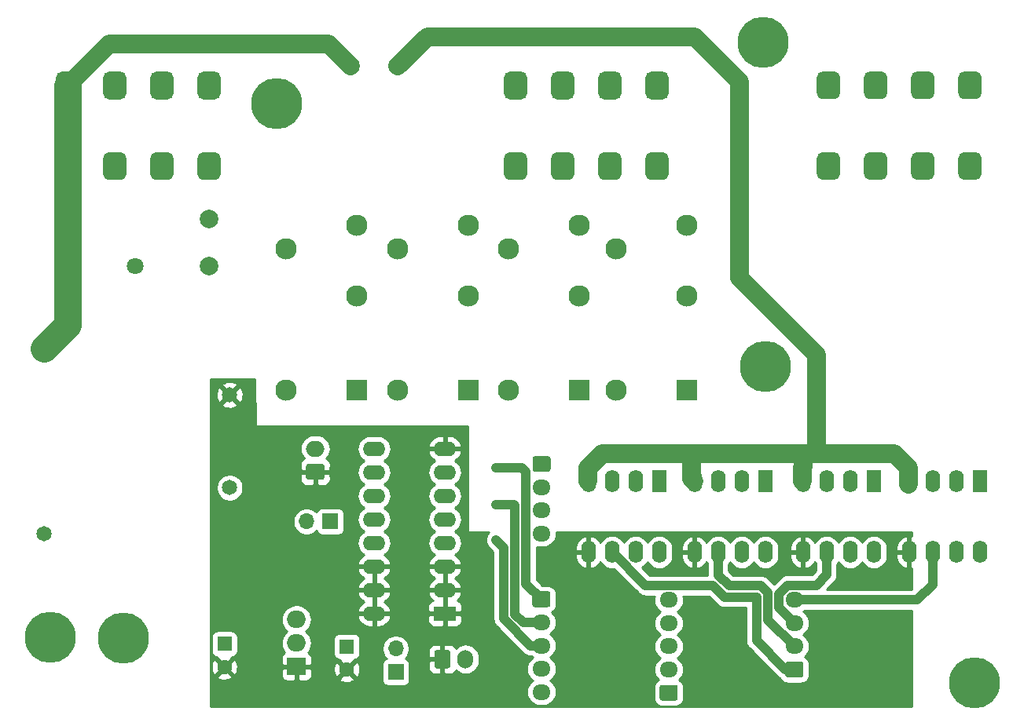
<source format=gbr>
G04 #@! TF.GenerationSoftware,KiCad,Pcbnew,(5.1.6)-1*
G04 #@! TF.CreationDate,2021-10-26T14:42:57+02:00*
G04 #@! TF.ProjectId,hamodule,68616d6f-6475-46c6-952e-6b696361645f,rev?*
G04 #@! TF.SameCoordinates,Original*
G04 #@! TF.FileFunction,Copper,L2,Bot*
G04 #@! TF.FilePolarity,Positive*
%FSLAX46Y46*%
G04 Gerber Fmt 4.6, Leading zero omitted, Abs format (unit mm)*
G04 Created by KiCad (PCBNEW (5.1.6)-1) date 2021-10-26 14:42:57*
%MOMM*%
%LPD*%
G01*
G04 APERTURE LIST*
G04 #@! TA.AperFunction,ComponentPad*
%ADD10R,2.400000X1.600000*%
G04 #@! TD*
G04 #@! TA.AperFunction,ComponentPad*
%ADD11O,2.400000X1.600000*%
G04 #@! TD*
G04 #@! TA.AperFunction,ComponentPad*
%ADD12C,2.000000*%
G04 #@! TD*
G04 #@! TA.AperFunction,ComponentPad*
%ADD13O,1.700000X1.700000*%
G04 #@! TD*
G04 #@! TA.AperFunction,ComponentPad*
%ADD14R,1.700000X1.700000*%
G04 #@! TD*
G04 #@! TA.AperFunction,ComponentPad*
%ADD15O,1.700000X2.000000*%
G04 #@! TD*
G04 #@! TA.AperFunction,ComponentPad*
%ADD16C,5.500000*%
G04 #@! TD*
G04 #@! TA.AperFunction,ComponentPad*
%ADD17C,1.600000*%
G04 #@! TD*
G04 #@! TA.AperFunction,ComponentPad*
%ADD18R,1.600000X1.600000*%
G04 #@! TD*
G04 #@! TA.AperFunction,ComponentPad*
%ADD19C,1.800000*%
G04 #@! TD*
G04 #@! TA.AperFunction,ComponentPad*
%ADD20R,2.300000X2.300000*%
G04 #@! TD*
G04 #@! TA.AperFunction,ComponentPad*
%ADD21C,2.300000*%
G04 #@! TD*
G04 #@! TA.AperFunction,ComponentPad*
%ADD22O,1.950000X1.700000*%
G04 #@! TD*
G04 #@! TA.AperFunction,ComponentPad*
%ADD23R,1.600000X2.400000*%
G04 #@! TD*
G04 #@! TA.AperFunction,ComponentPad*
%ADD24O,1.600000X2.400000*%
G04 #@! TD*
G04 #@! TA.AperFunction,ComponentPad*
%ADD25O,2.000000X1.905000*%
G04 #@! TD*
G04 #@! TA.AperFunction,ComponentPad*
%ADD26R,2.000000X1.905000*%
G04 #@! TD*
G04 #@! TA.AperFunction,ComponentPad*
%ADD27O,2.000000X1.700000*%
G04 #@! TD*
G04 #@! TA.AperFunction,ComponentPad*
%ADD28C,1.650000*%
G04 #@! TD*
G04 #@! TA.AperFunction,ComponentPad*
%ADD29R,1.650000X1.650000*%
G04 #@! TD*
G04 #@! TA.AperFunction,ViaPad*
%ADD30C,0.800000*%
G04 #@! TD*
G04 #@! TA.AperFunction,Conductor*
%ADD31C,1.000000*%
G04 #@! TD*
G04 #@! TA.AperFunction,Conductor*
%ADD32C,2.000000*%
G04 #@! TD*
G04 #@! TA.AperFunction,Conductor*
%ADD33C,3.000000*%
G04 #@! TD*
G04 #@! TA.AperFunction,Conductor*
%ADD34C,0.254000*%
G04 #@! TD*
G04 APERTURE END LIST*
D10*
X147256500Y-132143500D03*
D11*
X139636500Y-114363500D03*
X147256500Y-129603500D03*
X139636500Y-116903500D03*
X147256500Y-127063500D03*
X139636500Y-119443500D03*
X147256500Y-124523500D03*
X139636500Y-121983500D03*
X147256500Y-121983500D03*
X139636500Y-124523500D03*
X147256500Y-119443500D03*
X139636500Y-127063500D03*
X147256500Y-116903500D03*
X139636500Y-129603500D03*
X147256500Y-114363500D03*
X139636500Y-132143500D03*
D12*
X142176500Y-73088500D03*
X137096500Y-73088500D03*
D13*
X141973300Y-135928100D03*
D14*
X141973300Y-138468100D03*
D15*
X149491700Y-137071100D03*
G04 #@! TA.AperFunction,ComponentPad*
G36*
G01*
X146141700Y-137821100D02*
X146141700Y-136321100D01*
G75*
G02*
X146391700Y-136071100I250000J0D01*
G01*
X147591700Y-136071100D01*
G75*
G02*
X147841700Y-136321100I0J-250000D01*
G01*
X147841700Y-137821100D01*
G75*
G02*
X147591700Y-138071100I-250000J0D01*
G01*
X146391700Y-138071100D01*
G75*
G02*
X146141700Y-137821100I0J250000D01*
G01*
G37*
G04 #@! TD.AperFunction*
G04 #@! TA.AperFunction,ComponentPad*
G36*
G01*
X203202500Y-82371500D02*
X204452500Y-82371500D01*
G75*
G02*
X205077500Y-82996500I0J-625000D01*
G01*
X205077500Y-84746500D01*
G75*
G02*
X204452500Y-85371500I-625000J0D01*
G01*
X203202500Y-85371500D01*
G75*
G02*
X202577500Y-84746500I0J625000D01*
G01*
X202577500Y-82996500D01*
G75*
G02*
X203202500Y-82371500I625000J0D01*
G01*
G37*
G04 #@! TD.AperFunction*
G04 #@! TA.AperFunction,ComponentPad*
G36*
G01*
X203202500Y-73671500D02*
X204452500Y-73671500D01*
G75*
G02*
X205077500Y-74296500I0J-625000D01*
G01*
X205077500Y-76046500D01*
G75*
G02*
X204452500Y-76671500I-625000J0D01*
G01*
X203202500Y-76671500D01*
G75*
G02*
X202577500Y-76046500I0J625000D01*
G01*
X202577500Y-74296500D01*
G75*
G02*
X203202500Y-73671500I625000J0D01*
G01*
G37*
G04 #@! TD.AperFunction*
G04 #@! TA.AperFunction,ComponentPad*
G36*
G01*
X198122500Y-82371500D02*
X199372500Y-82371500D01*
G75*
G02*
X199997500Y-82996500I0J-625000D01*
G01*
X199997500Y-84746500D01*
G75*
G02*
X199372500Y-85371500I-625000J0D01*
G01*
X198122500Y-85371500D01*
G75*
G02*
X197497500Y-84746500I0J625000D01*
G01*
X197497500Y-82996500D01*
G75*
G02*
X198122500Y-82371500I625000J0D01*
G01*
G37*
G04 #@! TD.AperFunction*
G04 #@! TA.AperFunction,ComponentPad*
G36*
G01*
X198122500Y-73671500D02*
X199372500Y-73671500D01*
G75*
G02*
X199997500Y-74296500I0J-625000D01*
G01*
X199997500Y-76046500D01*
G75*
G02*
X199372500Y-76671500I-625000J0D01*
G01*
X198122500Y-76671500D01*
G75*
G02*
X197497500Y-76046500I0J625000D01*
G01*
X197497500Y-74296500D01*
G75*
G02*
X198122500Y-73671500I625000J0D01*
G01*
G37*
G04 #@! TD.AperFunction*
G04 #@! TA.AperFunction,ComponentPad*
G36*
G01*
X193042500Y-82371500D02*
X194292500Y-82371500D01*
G75*
G02*
X194917500Y-82996500I0J-625000D01*
G01*
X194917500Y-84746500D01*
G75*
G02*
X194292500Y-85371500I-625000J0D01*
G01*
X193042500Y-85371500D01*
G75*
G02*
X192417500Y-84746500I0J625000D01*
G01*
X192417500Y-82996500D01*
G75*
G02*
X193042500Y-82371500I625000J0D01*
G01*
G37*
G04 #@! TD.AperFunction*
G04 #@! TA.AperFunction,ComponentPad*
G36*
G01*
X193042500Y-73671500D02*
X194292500Y-73671500D01*
G75*
G02*
X194917500Y-74296500I0J-625000D01*
G01*
X194917500Y-76046500D01*
G75*
G02*
X194292500Y-76671500I-625000J0D01*
G01*
X193042500Y-76671500D01*
G75*
G02*
X192417500Y-76046500I0J625000D01*
G01*
X192417500Y-74296500D01*
G75*
G02*
X193042500Y-73671500I625000J0D01*
G01*
G37*
G04 #@! TD.AperFunction*
G04 #@! TA.AperFunction,ComponentPad*
G36*
G01*
X187962500Y-82371500D02*
X189212500Y-82371500D01*
G75*
G02*
X189837500Y-82996500I0J-625000D01*
G01*
X189837500Y-84746500D01*
G75*
G02*
X189212500Y-85371500I-625000J0D01*
G01*
X187962500Y-85371500D01*
G75*
G02*
X187337500Y-84746500I0J625000D01*
G01*
X187337500Y-82996500D01*
G75*
G02*
X187962500Y-82371500I625000J0D01*
G01*
G37*
G04 #@! TD.AperFunction*
G04 #@! TA.AperFunction,ComponentPad*
G36*
G01*
X187962500Y-73671500D02*
X189212500Y-73671500D01*
G75*
G02*
X189837500Y-74296500I0J-625000D01*
G01*
X189837500Y-76046500D01*
G75*
G02*
X189212500Y-76671500I-625000J0D01*
G01*
X187962500Y-76671500D01*
G75*
G02*
X187337500Y-76046500I0J625000D01*
G01*
X187337500Y-74296500D01*
G75*
G02*
X187962500Y-73671500I625000J0D01*
G01*
G37*
G04 #@! TD.AperFunction*
G04 #@! TA.AperFunction,ComponentPad*
G36*
G01*
X121231500Y-82383500D02*
X122481500Y-82383500D01*
G75*
G02*
X123106500Y-83008500I0J-625000D01*
G01*
X123106500Y-84758500D01*
G75*
G02*
X122481500Y-85383500I-625000J0D01*
G01*
X121231500Y-85383500D01*
G75*
G02*
X120606500Y-84758500I0J625000D01*
G01*
X120606500Y-83008500D01*
G75*
G02*
X121231500Y-82383500I625000J0D01*
G01*
G37*
G04 #@! TD.AperFunction*
G04 #@! TA.AperFunction,ComponentPad*
G36*
G01*
X121231500Y-73683500D02*
X122481500Y-73683500D01*
G75*
G02*
X123106500Y-74308500I0J-625000D01*
G01*
X123106500Y-76058500D01*
G75*
G02*
X122481500Y-76683500I-625000J0D01*
G01*
X121231500Y-76683500D01*
G75*
G02*
X120606500Y-76058500I0J625000D01*
G01*
X120606500Y-74308500D01*
G75*
G02*
X121231500Y-73683500I625000J0D01*
G01*
G37*
G04 #@! TD.AperFunction*
G04 #@! TA.AperFunction,ComponentPad*
G36*
G01*
X116151500Y-82383500D02*
X117401500Y-82383500D01*
G75*
G02*
X118026500Y-83008500I0J-625000D01*
G01*
X118026500Y-84758500D01*
G75*
G02*
X117401500Y-85383500I-625000J0D01*
G01*
X116151500Y-85383500D01*
G75*
G02*
X115526500Y-84758500I0J625000D01*
G01*
X115526500Y-83008500D01*
G75*
G02*
X116151500Y-82383500I625000J0D01*
G01*
G37*
G04 #@! TD.AperFunction*
G04 #@! TA.AperFunction,ComponentPad*
G36*
G01*
X116151500Y-73683500D02*
X117401500Y-73683500D01*
G75*
G02*
X118026500Y-74308500I0J-625000D01*
G01*
X118026500Y-76058500D01*
G75*
G02*
X117401500Y-76683500I-625000J0D01*
G01*
X116151500Y-76683500D01*
G75*
G02*
X115526500Y-76058500I0J625000D01*
G01*
X115526500Y-74308500D01*
G75*
G02*
X116151500Y-73683500I625000J0D01*
G01*
G37*
G04 #@! TD.AperFunction*
G04 #@! TA.AperFunction,ComponentPad*
G36*
G01*
X111071500Y-82383500D02*
X112321500Y-82383500D01*
G75*
G02*
X112946500Y-83008500I0J-625000D01*
G01*
X112946500Y-84758500D01*
G75*
G02*
X112321500Y-85383500I-625000J0D01*
G01*
X111071500Y-85383500D01*
G75*
G02*
X110446500Y-84758500I0J625000D01*
G01*
X110446500Y-83008500D01*
G75*
G02*
X111071500Y-82383500I625000J0D01*
G01*
G37*
G04 #@! TD.AperFunction*
G04 #@! TA.AperFunction,ComponentPad*
G36*
G01*
X111071500Y-73683500D02*
X112321500Y-73683500D01*
G75*
G02*
X112946500Y-74308500I0J-625000D01*
G01*
X112946500Y-76058500D01*
G75*
G02*
X112321500Y-76683500I-625000J0D01*
G01*
X111071500Y-76683500D01*
G75*
G02*
X110446500Y-76058500I0J625000D01*
G01*
X110446500Y-74308500D01*
G75*
G02*
X111071500Y-73683500I625000J0D01*
G01*
G37*
G04 #@! TD.AperFunction*
G04 #@! TA.AperFunction,ComponentPad*
G36*
G01*
X105991500Y-82383500D02*
X107241500Y-82383500D01*
G75*
G02*
X107866500Y-83008500I0J-625000D01*
G01*
X107866500Y-84758500D01*
G75*
G02*
X107241500Y-85383500I-625000J0D01*
G01*
X105991500Y-85383500D01*
G75*
G02*
X105366500Y-84758500I0J625000D01*
G01*
X105366500Y-83008500D01*
G75*
G02*
X105991500Y-82383500I625000J0D01*
G01*
G37*
G04 #@! TD.AperFunction*
G04 #@! TA.AperFunction,ComponentPad*
G36*
G01*
X105991500Y-73683500D02*
X107241500Y-73683500D01*
G75*
G02*
X107866500Y-74308500I0J-625000D01*
G01*
X107866500Y-76058500D01*
G75*
G02*
X107241500Y-76683500I-625000J0D01*
G01*
X105991500Y-76683500D01*
G75*
G02*
X105366500Y-76058500I0J625000D01*
G01*
X105366500Y-74308500D01*
G75*
G02*
X105991500Y-73683500I625000J0D01*
G01*
G37*
G04 #@! TD.AperFunction*
G04 #@! TA.AperFunction,ComponentPad*
G36*
G01*
X169491500Y-82383500D02*
X170741500Y-82383500D01*
G75*
G02*
X171366500Y-83008500I0J-625000D01*
G01*
X171366500Y-84758500D01*
G75*
G02*
X170741500Y-85383500I-625000J0D01*
G01*
X169491500Y-85383500D01*
G75*
G02*
X168866500Y-84758500I0J625000D01*
G01*
X168866500Y-83008500D01*
G75*
G02*
X169491500Y-82383500I625000J0D01*
G01*
G37*
G04 #@! TD.AperFunction*
G04 #@! TA.AperFunction,ComponentPad*
G36*
G01*
X169491500Y-73683500D02*
X170741500Y-73683500D01*
G75*
G02*
X171366500Y-74308500I0J-625000D01*
G01*
X171366500Y-76058500D01*
G75*
G02*
X170741500Y-76683500I-625000J0D01*
G01*
X169491500Y-76683500D01*
G75*
G02*
X168866500Y-76058500I0J625000D01*
G01*
X168866500Y-74308500D01*
G75*
G02*
X169491500Y-73683500I625000J0D01*
G01*
G37*
G04 #@! TD.AperFunction*
G04 #@! TA.AperFunction,ComponentPad*
G36*
G01*
X164411500Y-82383500D02*
X165661500Y-82383500D01*
G75*
G02*
X166286500Y-83008500I0J-625000D01*
G01*
X166286500Y-84758500D01*
G75*
G02*
X165661500Y-85383500I-625000J0D01*
G01*
X164411500Y-85383500D01*
G75*
G02*
X163786500Y-84758500I0J625000D01*
G01*
X163786500Y-83008500D01*
G75*
G02*
X164411500Y-82383500I625000J0D01*
G01*
G37*
G04 #@! TD.AperFunction*
G04 #@! TA.AperFunction,ComponentPad*
G36*
G01*
X164411500Y-73683500D02*
X165661500Y-73683500D01*
G75*
G02*
X166286500Y-74308500I0J-625000D01*
G01*
X166286500Y-76058500D01*
G75*
G02*
X165661500Y-76683500I-625000J0D01*
G01*
X164411500Y-76683500D01*
G75*
G02*
X163786500Y-76058500I0J625000D01*
G01*
X163786500Y-74308500D01*
G75*
G02*
X164411500Y-73683500I625000J0D01*
G01*
G37*
G04 #@! TD.AperFunction*
G04 #@! TA.AperFunction,ComponentPad*
G36*
G01*
X159331500Y-82383500D02*
X160581500Y-82383500D01*
G75*
G02*
X161206500Y-83008500I0J-625000D01*
G01*
X161206500Y-84758500D01*
G75*
G02*
X160581500Y-85383500I-625000J0D01*
G01*
X159331500Y-85383500D01*
G75*
G02*
X158706500Y-84758500I0J625000D01*
G01*
X158706500Y-83008500D01*
G75*
G02*
X159331500Y-82383500I625000J0D01*
G01*
G37*
G04 #@! TD.AperFunction*
G04 #@! TA.AperFunction,ComponentPad*
G36*
G01*
X159331500Y-73683500D02*
X160581500Y-73683500D01*
G75*
G02*
X161206500Y-74308500I0J-625000D01*
G01*
X161206500Y-76058500D01*
G75*
G02*
X160581500Y-76683500I-625000J0D01*
G01*
X159331500Y-76683500D01*
G75*
G02*
X158706500Y-76058500I0J625000D01*
G01*
X158706500Y-74308500D01*
G75*
G02*
X159331500Y-73683500I625000J0D01*
G01*
G37*
G04 #@! TD.AperFunction*
G04 #@! TA.AperFunction,ComponentPad*
G36*
G01*
X154251500Y-82383500D02*
X155501500Y-82383500D01*
G75*
G02*
X156126500Y-83008500I0J-625000D01*
G01*
X156126500Y-84758500D01*
G75*
G02*
X155501500Y-85383500I-625000J0D01*
G01*
X154251500Y-85383500D01*
G75*
G02*
X153626500Y-84758500I0J625000D01*
G01*
X153626500Y-83008500D01*
G75*
G02*
X154251500Y-82383500I625000J0D01*
G01*
G37*
G04 #@! TD.AperFunction*
G04 #@! TA.AperFunction,ComponentPad*
G36*
G01*
X154251500Y-73683500D02*
X155501500Y-73683500D01*
G75*
G02*
X156126500Y-74308500I0J-625000D01*
G01*
X156126500Y-76058500D01*
G75*
G02*
X155501500Y-76683500I-625000J0D01*
G01*
X154251500Y-76683500D01*
G75*
G02*
X153626500Y-76058500I0J625000D01*
G01*
X153626500Y-74308500D01*
G75*
G02*
X154251500Y-73683500I625000J0D01*
G01*
G37*
G04 #@! TD.AperFunction*
D13*
X132372100Y-122214640D03*
D14*
X134912100Y-122214640D03*
D16*
X181800500Y-105473500D03*
D17*
X136690100Y-138188700D03*
D18*
X136690100Y-135688700D03*
D17*
X123507500Y-137920100D03*
D18*
X123507500Y-135420100D03*
D19*
X113916500Y-94673500D03*
X106416500Y-93040170D03*
D16*
X129171700Y-77152500D03*
D20*
X161734500Y-108013500D03*
D21*
X161734500Y-97853500D03*
X161734500Y-90233500D03*
X154114500Y-92773500D03*
X154114500Y-108013500D03*
D22*
X157670500Y-123514500D03*
X157670500Y-121014500D03*
X157670500Y-118514500D03*
G04 #@! TA.AperFunction,ComponentPad*
G36*
G01*
X156945500Y-115164500D02*
X158395500Y-115164500D01*
G75*
G02*
X158645500Y-115414500I0J-250000D01*
G01*
X158645500Y-116614500D01*
G75*
G02*
X158395500Y-116864500I-250000J0D01*
G01*
X156945500Y-116864500D01*
G75*
G02*
X156695500Y-116614500I0J250000D01*
G01*
X156695500Y-115414500D01*
G75*
G02*
X156945500Y-115164500I250000J0D01*
G01*
G37*
G04 #@! TD.AperFunction*
X171372500Y-130683500D03*
X171372500Y-133183500D03*
X171372500Y-135683500D03*
X171372500Y-138183500D03*
G04 #@! TA.AperFunction,ComponentPad*
G36*
G01*
X172097500Y-141533500D02*
X170647500Y-141533500D01*
G75*
G02*
X170397500Y-141283500I0J250000D01*
G01*
X170397500Y-140083500D01*
G75*
G02*
X170647500Y-139833500I250000J0D01*
G01*
X172097500Y-139833500D01*
G75*
G02*
X172347500Y-140083500I0J-250000D01*
G01*
X172347500Y-141283500D01*
G75*
G02*
X172097500Y-141533500I-250000J0D01*
G01*
G37*
G04 #@! TD.AperFunction*
D23*
X181786500Y-117903500D03*
D24*
X174166500Y-125523500D03*
X179246500Y-117903500D03*
X176706500Y-125523500D03*
X176706500Y-117903500D03*
X179246500Y-125523500D03*
X174166500Y-117903500D03*
X181786500Y-125523500D03*
D23*
X204900500Y-117903500D03*
D24*
X197280500Y-125523500D03*
X202360500Y-117903500D03*
X199820500Y-125523500D03*
X199820500Y-117903500D03*
X202360500Y-125523500D03*
X197280500Y-117903500D03*
X204900500Y-125523500D03*
D23*
X193470500Y-117903500D03*
D24*
X185850500Y-125523500D03*
X190930500Y-117903500D03*
X188390500Y-125523500D03*
X188390500Y-117903500D03*
X190930500Y-125523500D03*
X185850500Y-117903500D03*
X193470500Y-125523500D03*
D23*
X170356500Y-117903500D03*
D24*
X162736500Y-125523500D03*
X167816500Y-117903500D03*
X165276500Y-125523500D03*
X165276500Y-117903500D03*
X167816500Y-125523500D03*
X162736500Y-117903500D03*
X170356500Y-125523500D03*
D25*
X131279900Y-132778500D03*
X131279900Y-135318500D03*
D26*
X131279900Y-137858500D03*
D22*
X157656500Y-140603500D03*
X157656500Y-138103500D03*
X157656500Y-135603500D03*
X157656500Y-133103500D03*
G04 #@! TA.AperFunction,ComponentPad*
G36*
G01*
X156931500Y-129753500D02*
X158381500Y-129753500D01*
G75*
G02*
X158631500Y-130003500I0J-250000D01*
G01*
X158631500Y-131203500D01*
G75*
G02*
X158381500Y-131453500I-250000J0D01*
G01*
X156931500Y-131453500D01*
G75*
G02*
X156681500Y-131203500I0J250000D01*
G01*
X156681500Y-130003500D01*
G75*
G02*
X156931500Y-129753500I250000J0D01*
G01*
G37*
G04 #@! TD.AperFunction*
X184912000Y-130683000D03*
X184912000Y-133183000D03*
X184912000Y-135683000D03*
G04 #@! TA.AperFunction,ComponentPad*
G36*
G01*
X185637000Y-139033000D02*
X184187000Y-139033000D01*
G75*
G02*
X183937000Y-138783000I0J250000D01*
G01*
X183937000Y-137583000D01*
G75*
G02*
X184187000Y-137333000I250000J0D01*
G01*
X185637000Y-137333000D01*
G75*
G02*
X185887000Y-137583000I0J-250000D01*
G01*
X185887000Y-138783000D01*
G75*
G02*
X185637000Y-139033000I-250000J0D01*
G01*
G37*
G04 #@! TD.AperFunction*
D27*
X133299200Y-114355880D03*
G04 #@! TA.AperFunction,ComponentPad*
G36*
G01*
X134049200Y-117705880D02*
X132549200Y-117705880D01*
G75*
G02*
X132299200Y-117455880I0J250000D01*
G01*
X132299200Y-116255880D01*
G75*
G02*
X132549200Y-116005880I250000J0D01*
G01*
X134049200Y-116005880D01*
G75*
G02*
X134299200Y-116255880I0J-250000D01*
G01*
X134299200Y-117455880D01*
G75*
G02*
X134049200Y-117705880I-250000J0D01*
G01*
G37*
G04 #@! TD.AperFunction*
D28*
X124076500Y-108568500D03*
X124076500Y-118568500D03*
X104076500Y-123568500D03*
D29*
X104076500Y-103568500D03*
D16*
X204304900Y-139661900D03*
X104711500Y-134683500D03*
X112585500Y-134810500D03*
X181546500Y-70548500D03*
D12*
X121856500Y-94678500D03*
X121856500Y-89598500D03*
D20*
X137731500Y-108013500D03*
D21*
X137731500Y-97853500D03*
X137731500Y-90233500D03*
X130111500Y-92773500D03*
X130111500Y-108013500D03*
D20*
X149796500Y-108013500D03*
D21*
X149796500Y-97853500D03*
X149796500Y-90233500D03*
X142176500Y-92773500D03*
X142176500Y-108013500D03*
D20*
X173291500Y-108013500D03*
D21*
X173291500Y-97853500D03*
X173291500Y-90233500D03*
X165671500Y-92773500D03*
X165671500Y-108013500D03*
D30*
X152781000Y-124206000D03*
X152781000Y-120396000D03*
X152781000Y-116395500D03*
D31*
X174166500Y-115703500D02*
X174466501Y-115403499D01*
X174166500Y-117903500D02*
X174166500Y-115703500D01*
X162736500Y-117073638D02*
X164406639Y-115403499D01*
X173866499Y-115403499D02*
X174166500Y-115703500D01*
X162736500Y-117903500D02*
X162736500Y-117073638D01*
X171791499Y-115403499D02*
X180506501Y-115403499D01*
X174466501Y-115403499D02*
X180506501Y-115403499D01*
X171791499Y-115403499D02*
X173866499Y-115403499D01*
X164406639Y-115403499D02*
X171791499Y-115403499D01*
X180506501Y-115403499D02*
X181951499Y-115403499D01*
X185761499Y-117814499D02*
X185850500Y-117903500D01*
X185761499Y-115403499D02*
X185761499Y-117814499D01*
X181951499Y-115403499D02*
X185761499Y-115403499D01*
D32*
X185790490Y-116426541D02*
X185790490Y-117903500D01*
X185896499Y-114903499D02*
X185896499Y-116320532D01*
X185896499Y-116320532D02*
X185790490Y-116426541D01*
X181927500Y-114903499D02*
X185896499Y-114903499D01*
X180371501Y-114903499D02*
X177006499Y-114903499D01*
X177006499Y-114903499D02*
X164199532Y-114903499D01*
X181927500Y-114903499D02*
X180371501Y-114903499D01*
X164199532Y-114903499D02*
X162676490Y-116426541D01*
X162676490Y-116426541D02*
X162676490Y-117903500D01*
X174106490Y-117843490D02*
X174106490Y-117903500D01*
X173866499Y-115403499D02*
X173866499Y-117603499D01*
X173866499Y-117603499D02*
X174106490Y-117843490D01*
X185896499Y-114903499D02*
X187356501Y-114903499D01*
X197220490Y-118228490D02*
X197220490Y-117903500D01*
X197220490Y-116413488D02*
X197220490Y-118228490D01*
X187356501Y-114903499D02*
X195710501Y-114903499D01*
X195710501Y-114903499D02*
X197220490Y-116413488D01*
X145351500Y-69913500D02*
X142176500Y-73088500D01*
X174161669Y-69913500D02*
X145351500Y-69913500D01*
X179006500Y-95945498D02*
X179006500Y-74758331D01*
X187313541Y-104252539D02*
X179006500Y-95945498D01*
X187313541Y-114860539D02*
X187313541Y-104252539D01*
X179006500Y-74758331D02*
X174161669Y-69913500D01*
X187356501Y-114903499D02*
X187313541Y-114860539D01*
D31*
X184912000Y-130683000D02*
X198170800Y-130683000D01*
X199820500Y-129033300D02*
X199820500Y-125523500D01*
X198170800Y-130683000D02*
X199820500Y-129033300D01*
X184912000Y-133183000D02*
X183236990Y-131507990D01*
X183236990Y-130040965D02*
X184182455Y-129095500D01*
X183236990Y-131507990D02*
X183236990Y-130040965D01*
X184182455Y-129095500D02*
X187261500Y-129095500D01*
X188390500Y-127966500D02*
X188390500Y-125523500D01*
X187261500Y-129095500D02*
X188390500Y-127966500D01*
X182036980Y-132807980D02*
X182036980Y-129903480D01*
X184912000Y-135683000D02*
X182036980Y-132807980D01*
X182036980Y-129903480D02*
X181292500Y-129159000D01*
X181292500Y-129159000D02*
X177863500Y-129159000D01*
X176706500Y-128002000D02*
X176706500Y-125523500D01*
X177863500Y-129159000D02*
X176706500Y-128002000D01*
X183937000Y-138183000D02*
X184912000Y-138183000D01*
X180836970Y-130417970D02*
X180836970Y-135082970D01*
X180836970Y-135082970D02*
X183937000Y-138183000D01*
X165276500Y-125523500D02*
X168886490Y-129133490D01*
X168886490Y-129133490D02*
X176140920Y-129133490D01*
X176140920Y-129133490D02*
X177366439Y-130359009D01*
X177366439Y-130359009D02*
X180778010Y-130359010D01*
X180778010Y-130359010D02*
X180836970Y-130417970D01*
D33*
X106616500Y-101028500D02*
X104076500Y-103568500D01*
X106616500Y-75183500D02*
X106616500Y-101028500D01*
D32*
X106616500Y-75183500D02*
X111104510Y-70695490D01*
X134703490Y-70695490D02*
X133774510Y-70695490D01*
X137096500Y-73088500D02*
X134703490Y-70695490D01*
X111104510Y-70695490D02*
X133774510Y-70695490D01*
D31*
X152781000Y-124206000D02*
X153595470Y-125020470D01*
X156484430Y-135603500D02*
X157656500Y-135603500D01*
X153595471Y-132714541D02*
X156484430Y-135603500D01*
X153595470Y-125020470D02*
X153595471Y-132714541D01*
X152781000Y-120396000D02*
X154668480Y-120396000D01*
X155681500Y-133103500D02*
X157656500Y-133103500D01*
X154795480Y-132217480D02*
X155681500Y-133103500D01*
X154795480Y-120523000D02*
X154795480Y-132217480D01*
X154668480Y-120396000D02*
X154795480Y-120523000D01*
X155995490Y-128942490D02*
X157656500Y-130603500D01*
X155995490Y-116815990D02*
X155995490Y-128942490D01*
X152781000Y-116395500D02*
X155575000Y-116395500D01*
X155575000Y-116395500D02*
X155995490Y-116815990D01*
D34*
G36*
X126809501Y-111823875D02*
G01*
X126812014Y-111848644D01*
X126819311Y-111872447D01*
X126831112Y-111894369D01*
X126846963Y-111913567D01*
X126866255Y-111929305D01*
X126888246Y-111940976D01*
X126912091Y-111948132D01*
X126936500Y-111950500D01*
X149669500Y-111950500D01*
X149669500Y-123253500D01*
X149671940Y-123278276D01*
X149679167Y-123302101D01*
X149690903Y-123324057D01*
X149706697Y-123343303D01*
X149725943Y-123359097D01*
X149747899Y-123370833D01*
X149771724Y-123378060D01*
X149796500Y-123380500D01*
X151997767Y-123380500D01*
X151974552Y-123399552D01*
X151832717Y-123572378D01*
X151727324Y-123769554D01*
X151662423Y-123983502D01*
X151640509Y-124206000D01*
X151662423Y-124428498D01*
X151727324Y-124642446D01*
X151832717Y-124839622D01*
X151939012Y-124969143D01*
X152460470Y-125490602D01*
X152460472Y-132658780D01*
X152454980Y-132714541D01*
X152476894Y-132937039D01*
X152541795Y-133150987D01*
X152559174Y-133183500D01*
X152647188Y-133348164D01*
X152789023Y-133520990D01*
X152832331Y-133556532D01*
X155642439Y-136366641D01*
X155677981Y-136409949D01*
X155850807Y-136551784D01*
X156047983Y-136657176D01*
X156261931Y-136722077D01*
X156410149Y-136736675D01*
X156484430Y-136743991D01*
X156540181Y-136738500D01*
X156573683Y-136738500D01*
X156702486Y-136844206D01*
X156719874Y-136853500D01*
X156702486Y-136862794D01*
X156476366Y-137048366D01*
X156290794Y-137274486D01*
X156152901Y-137532466D01*
X156067987Y-137812389D01*
X156039315Y-138103500D01*
X156067987Y-138394611D01*
X156152901Y-138674534D01*
X156290794Y-138932514D01*
X156476366Y-139158634D01*
X156702486Y-139344206D01*
X156719874Y-139353500D01*
X156702486Y-139362794D01*
X156476366Y-139548366D01*
X156290794Y-139774486D01*
X156152901Y-140032466D01*
X156067987Y-140312389D01*
X156039315Y-140603500D01*
X156067987Y-140894611D01*
X156152901Y-141174534D01*
X156290794Y-141432514D01*
X156476366Y-141658634D01*
X156702486Y-141844206D01*
X156960466Y-141982099D01*
X157240389Y-142067013D01*
X157458550Y-142088500D01*
X157854450Y-142088500D01*
X158072611Y-142067013D01*
X158352534Y-141982099D01*
X158610514Y-141844206D01*
X158836634Y-141658634D01*
X159022206Y-141432514D01*
X159160099Y-141174534D01*
X159245013Y-140894611D01*
X159273685Y-140603500D01*
X159245013Y-140312389D01*
X159160099Y-140032466D01*
X159022206Y-139774486D01*
X158836634Y-139548366D01*
X158610514Y-139362794D01*
X158593126Y-139353500D01*
X158610514Y-139344206D01*
X158836634Y-139158634D01*
X159022206Y-138932514D01*
X159160099Y-138674534D01*
X159245013Y-138394611D01*
X159273685Y-138103500D01*
X159245013Y-137812389D01*
X159160099Y-137532466D01*
X159022206Y-137274486D01*
X158836634Y-137048366D01*
X158610514Y-136862794D01*
X158593126Y-136853500D01*
X158610514Y-136844206D01*
X158836634Y-136658634D01*
X159022206Y-136432514D01*
X159160099Y-136174534D01*
X159245013Y-135894611D01*
X159273685Y-135603500D01*
X159245013Y-135312389D01*
X159160099Y-135032466D01*
X159022206Y-134774486D01*
X158836634Y-134548366D01*
X158610514Y-134362794D01*
X158593126Y-134353500D01*
X158610514Y-134344206D01*
X158836634Y-134158634D01*
X159022206Y-133932514D01*
X159160099Y-133674534D01*
X159245013Y-133394611D01*
X159273685Y-133103500D01*
X159245013Y-132812389D01*
X159160099Y-132532466D01*
X159022206Y-132274486D01*
X158836634Y-132048366D01*
X158773163Y-131996277D01*
X158874886Y-131941905D01*
X159009462Y-131831462D01*
X159119905Y-131696886D01*
X159201972Y-131543350D01*
X159252508Y-131376754D01*
X159269572Y-131203500D01*
X159269572Y-130003500D01*
X159252508Y-129830246D01*
X159201972Y-129663650D01*
X159119905Y-129510114D01*
X159009462Y-129375538D01*
X158874886Y-129265095D01*
X158721350Y-129183028D01*
X158554754Y-129132492D01*
X158381500Y-129115428D01*
X157773560Y-129115428D01*
X157130490Y-128472359D01*
X157130490Y-125650500D01*
X161301500Y-125650500D01*
X161301500Y-126050500D01*
X161353850Y-126328014D01*
X161459334Y-126589983D01*
X161613899Y-126826339D01*
X161811605Y-127028000D01*
X162044854Y-127187215D01*
X162304682Y-127297867D01*
X162387461Y-127315404D01*
X162609500Y-127193415D01*
X162609500Y-125650500D01*
X161301500Y-125650500D01*
X157130490Y-125650500D01*
X157130490Y-124940429D01*
X157254389Y-124978013D01*
X157472550Y-124999500D01*
X157868450Y-124999500D01*
X157898909Y-124996500D01*
X161301500Y-124996500D01*
X161301500Y-125396500D01*
X162609500Y-125396500D01*
X162609500Y-123853585D01*
X162387461Y-123731596D01*
X162304682Y-123749133D01*
X162044854Y-123859785D01*
X161811605Y-124019000D01*
X161613899Y-124220661D01*
X161459334Y-124457017D01*
X161353850Y-124718986D01*
X161301500Y-124996500D01*
X157898909Y-124996500D01*
X158086611Y-124978013D01*
X158366534Y-124893099D01*
X158624514Y-124755206D01*
X158850634Y-124569634D01*
X159036206Y-124343514D01*
X159174099Y-124085534D01*
X159259013Y-123805611D01*
X159287685Y-123514500D01*
X159274487Y-123380500D01*
X197523100Y-123380500D01*
X197523100Y-123790074D01*
X197407500Y-123853585D01*
X197407500Y-125396500D01*
X197427500Y-125396500D01*
X197427500Y-125650500D01*
X197407500Y-125650500D01*
X197407500Y-127193415D01*
X197523100Y-127256926D01*
X197523100Y-129548000D01*
X188414131Y-129548000D01*
X189153640Y-128808492D01*
X189196949Y-128772949D01*
X189338784Y-128600123D01*
X189444176Y-128402947D01*
X189502489Y-128210716D01*
X189509077Y-128189000D01*
X189530991Y-127966501D01*
X189525500Y-127910749D01*
X189525500Y-126802502D01*
X189589432Y-126724601D01*
X189660500Y-126591642D01*
X189731568Y-126724600D01*
X189910892Y-126943107D01*
X190129399Y-127122432D01*
X190378692Y-127255682D01*
X190649191Y-127337736D01*
X190930500Y-127365443D01*
X191211808Y-127337736D01*
X191482307Y-127255682D01*
X191731600Y-127122432D01*
X191950107Y-126943108D01*
X192129432Y-126724601D01*
X192200500Y-126591642D01*
X192271568Y-126724600D01*
X192450892Y-126943107D01*
X192669399Y-127122432D01*
X192918692Y-127255682D01*
X193189191Y-127337736D01*
X193470500Y-127365443D01*
X193751808Y-127337736D01*
X194022307Y-127255682D01*
X194271600Y-127122432D01*
X194490107Y-126943108D01*
X194669432Y-126724601D01*
X194802682Y-126475308D01*
X194884736Y-126204809D01*
X194905500Y-125993992D01*
X194905500Y-125650500D01*
X195845500Y-125650500D01*
X195845500Y-126050500D01*
X195897850Y-126328014D01*
X196003334Y-126589983D01*
X196157899Y-126826339D01*
X196355605Y-127028000D01*
X196588854Y-127187215D01*
X196848682Y-127297867D01*
X196931461Y-127315404D01*
X197153500Y-127193415D01*
X197153500Y-125650500D01*
X195845500Y-125650500D01*
X194905500Y-125650500D01*
X194905500Y-125053009D01*
X194899935Y-124996500D01*
X195845500Y-124996500D01*
X195845500Y-125396500D01*
X197153500Y-125396500D01*
X197153500Y-123853585D01*
X196931461Y-123731596D01*
X196848682Y-123749133D01*
X196588854Y-123859785D01*
X196355605Y-124019000D01*
X196157899Y-124220661D01*
X196003334Y-124457017D01*
X195897850Y-124718986D01*
X195845500Y-124996500D01*
X194899935Y-124996500D01*
X194884736Y-124842191D01*
X194802682Y-124571692D01*
X194669432Y-124322399D01*
X194490108Y-124103892D01*
X194271601Y-123924568D01*
X194022308Y-123791318D01*
X193751809Y-123709264D01*
X193470500Y-123681557D01*
X193189192Y-123709264D01*
X192918693Y-123791318D01*
X192669400Y-123924568D01*
X192450893Y-124103892D01*
X192271568Y-124322399D01*
X192200500Y-124455358D01*
X192129432Y-124322399D01*
X191950108Y-124103892D01*
X191731601Y-123924568D01*
X191482308Y-123791318D01*
X191211809Y-123709264D01*
X190930500Y-123681557D01*
X190649192Y-123709264D01*
X190378693Y-123791318D01*
X190129400Y-123924568D01*
X189910893Y-124103892D01*
X189731568Y-124322399D01*
X189660500Y-124455358D01*
X189589432Y-124322399D01*
X189410108Y-124103892D01*
X189191601Y-123924568D01*
X188942308Y-123791318D01*
X188671809Y-123709264D01*
X188390500Y-123681557D01*
X188109192Y-123709264D01*
X187838693Y-123791318D01*
X187589400Y-123924568D01*
X187370893Y-124103892D01*
X187191568Y-124322399D01*
X187123235Y-124450241D01*
X186973101Y-124220661D01*
X186775395Y-124019000D01*
X186542146Y-123859785D01*
X186282318Y-123749133D01*
X186199539Y-123731596D01*
X185977500Y-123853585D01*
X185977500Y-125396500D01*
X185997500Y-125396500D01*
X185997500Y-125650500D01*
X185977500Y-125650500D01*
X185977500Y-127193415D01*
X186199539Y-127315404D01*
X186282318Y-127297867D01*
X186542146Y-127187215D01*
X186775395Y-127028000D01*
X186973101Y-126826339D01*
X187123235Y-126596758D01*
X187191568Y-126724600D01*
X187255500Y-126802502D01*
X187255500Y-127496368D01*
X186791369Y-127960500D01*
X184238196Y-127960500D01*
X184182454Y-127955010D01*
X184126712Y-127960500D01*
X184126703Y-127960500D01*
X183959956Y-127976923D01*
X183746008Y-128041824D01*
X183548832Y-128147216D01*
X183376006Y-128289051D01*
X183340466Y-128332357D01*
X182705728Y-128967096D01*
X182134495Y-128395864D01*
X182098949Y-128352551D01*
X181926123Y-128210716D01*
X181728947Y-128105324D01*
X181514999Y-128040423D01*
X181348252Y-128024000D01*
X181348251Y-128024000D01*
X181292500Y-128018509D01*
X181236749Y-128024000D01*
X178333632Y-128024000D01*
X177841500Y-127531869D01*
X177841500Y-126802502D01*
X177905432Y-126724601D01*
X177976500Y-126591642D01*
X178047568Y-126724600D01*
X178226892Y-126943107D01*
X178445399Y-127122432D01*
X178694692Y-127255682D01*
X178965191Y-127337736D01*
X179246500Y-127365443D01*
X179527808Y-127337736D01*
X179798307Y-127255682D01*
X180047600Y-127122432D01*
X180266107Y-126943108D01*
X180445432Y-126724601D01*
X180516500Y-126591642D01*
X180587568Y-126724600D01*
X180766892Y-126943107D01*
X180985399Y-127122432D01*
X181234692Y-127255682D01*
X181505191Y-127337736D01*
X181786500Y-127365443D01*
X182067808Y-127337736D01*
X182338307Y-127255682D01*
X182587600Y-127122432D01*
X182806107Y-126943108D01*
X182985432Y-126724601D01*
X183118682Y-126475308D01*
X183200736Y-126204809D01*
X183221500Y-125993992D01*
X183221500Y-125650500D01*
X184415500Y-125650500D01*
X184415500Y-126050500D01*
X184467850Y-126328014D01*
X184573334Y-126589983D01*
X184727899Y-126826339D01*
X184925605Y-127028000D01*
X185158854Y-127187215D01*
X185418682Y-127297867D01*
X185501461Y-127315404D01*
X185723500Y-127193415D01*
X185723500Y-125650500D01*
X184415500Y-125650500D01*
X183221500Y-125650500D01*
X183221500Y-125053009D01*
X183215935Y-124996500D01*
X184415500Y-124996500D01*
X184415500Y-125396500D01*
X185723500Y-125396500D01*
X185723500Y-123853585D01*
X185501461Y-123731596D01*
X185418682Y-123749133D01*
X185158854Y-123859785D01*
X184925605Y-124019000D01*
X184727899Y-124220661D01*
X184573334Y-124457017D01*
X184467850Y-124718986D01*
X184415500Y-124996500D01*
X183215935Y-124996500D01*
X183200736Y-124842191D01*
X183118682Y-124571692D01*
X182985432Y-124322399D01*
X182806108Y-124103892D01*
X182587601Y-123924568D01*
X182338308Y-123791318D01*
X182067809Y-123709264D01*
X181786500Y-123681557D01*
X181505192Y-123709264D01*
X181234693Y-123791318D01*
X180985400Y-123924568D01*
X180766893Y-124103892D01*
X180587568Y-124322399D01*
X180516500Y-124455358D01*
X180445432Y-124322399D01*
X180266108Y-124103892D01*
X180047601Y-123924568D01*
X179798308Y-123791318D01*
X179527809Y-123709264D01*
X179246500Y-123681557D01*
X178965192Y-123709264D01*
X178694693Y-123791318D01*
X178445400Y-123924568D01*
X178226893Y-124103892D01*
X178047568Y-124322399D01*
X177976500Y-124455358D01*
X177905432Y-124322399D01*
X177726108Y-124103892D01*
X177507601Y-123924568D01*
X177258308Y-123791318D01*
X176987809Y-123709264D01*
X176706500Y-123681557D01*
X176425192Y-123709264D01*
X176154693Y-123791318D01*
X175905400Y-123924568D01*
X175686893Y-124103892D01*
X175507568Y-124322399D01*
X175439235Y-124450241D01*
X175289101Y-124220661D01*
X175091395Y-124019000D01*
X174858146Y-123859785D01*
X174598318Y-123749133D01*
X174515539Y-123731596D01*
X174293500Y-123853585D01*
X174293500Y-125396500D01*
X174313500Y-125396500D01*
X174313500Y-125650500D01*
X174293500Y-125650500D01*
X174293500Y-127193415D01*
X174515539Y-127315404D01*
X174598318Y-127297867D01*
X174858146Y-127187215D01*
X175091395Y-127028000D01*
X175289101Y-126826339D01*
X175439235Y-126596758D01*
X175507568Y-126724600D01*
X175571500Y-126802502D01*
X175571500Y-127946248D01*
X175566355Y-127998490D01*
X169356622Y-127998490D01*
X168528297Y-127170165D01*
X168617600Y-127122432D01*
X168836107Y-126943108D01*
X169015432Y-126724601D01*
X169086500Y-126591642D01*
X169157568Y-126724600D01*
X169336892Y-126943107D01*
X169555399Y-127122432D01*
X169804692Y-127255682D01*
X170075191Y-127337736D01*
X170356500Y-127365443D01*
X170637808Y-127337736D01*
X170908307Y-127255682D01*
X171157600Y-127122432D01*
X171376107Y-126943108D01*
X171555432Y-126724601D01*
X171688682Y-126475308D01*
X171770736Y-126204809D01*
X171791500Y-125993992D01*
X171791500Y-125650500D01*
X172731500Y-125650500D01*
X172731500Y-126050500D01*
X172783850Y-126328014D01*
X172889334Y-126589983D01*
X173043899Y-126826339D01*
X173241605Y-127028000D01*
X173474854Y-127187215D01*
X173734682Y-127297867D01*
X173817461Y-127315404D01*
X174039500Y-127193415D01*
X174039500Y-125650500D01*
X172731500Y-125650500D01*
X171791500Y-125650500D01*
X171791500Y-125053009D01*
X171785935Y-124996500D01*
X172731500Y-124996500D01*
X172731500Y-125396500D01*
X174039500Y-125396500D01*
X174039500Y-123853585D01*
X173817461Y-123731596D01*
X173734682Y-123749133D01*
X173474854Y-123859785D01*
X173241605Y-124019000D01*
X173043899Y-124220661D01*
X172889334Y-124457017D01*
X172783850Y-124718986D01*
X172731500Y-124996500D01*
X171785935Y-124996500D01*
X171770736Y-124842191D01*
X171688682Y-124571692D01*
X171555432Y-124322399D01*
X171376108Y-124103892D01*
X171157601Y-123924568D01*
X170908308Y-123791318D01*
X170637809Y-123709264D01*
X170356500Y-123681557D01*
X170075192Y-123709264D01*
X169804693Y-123791318D01*
X169555400Y-123924568D01*
X169336893Y-124103892D01*
X169157568Y-124322399D01*
X169086500Y-124455358D01*
X169015432Y-124322399D01*
X168836108Y-124103892D01*
X168617601Y-123924568D01*
X168368308Y-123791318D01*
X168097809Y-123709264D01*
X167816500Y-123681557D01*
X167535192Y-123709264D01*
X167264693Y-123791318D01*
X167015400Y-123924568D01*
X166796893Y-124103892D01*
X166617568Y-124322399D01*
X166546500Y-124455358D01*
X166475432Y-124322399D01*
X166296108Y-124103892D01*
X166077601Y-123924568D01*
X165828308Y-123791318D01*
X165557809Y-123709264D01*
X165276500Y-123681557D01*
X164995192Y-123709264D01*
X164724693Y-123791318D01*
X164475400Y-123924568D01*
X164256893Y-124103892D01*
X164077568Y-124322399D01*
X164009235Y-124450241D01*
X163859101Y-124220661D01*
X163661395Y-124019000D01*
X163428146Y-123859785D01*
X163168318Y-123749133D01*
X163085539Y-123731596D01*
X162863500Y-123853585D01*
X162863500Y-125396500D01*
X162883500Y-125396500D01*
X162883500Y-125650500D01*
X162863500Y-125650500D01*
X162863500Y-127193415D01*
X163085539Y-127315404D01*
X163168318Y-127297867D01*
X163428146Y-127187215D01*
X163661395Y-127028000D01*
X163859101Y-126826339D01*
X164009235Y-126596758D01*
X164077568Y-126724600D01*
X164256892Y-126943107D01*
X164475399Y-127122432D01*
X164724692Y-127255682D01*
X164995191Y-127337736D01*
X165276500Y-127365443D01*
X165492079Y-127344210D01*
X168044499Y-129896631D01*
X168080041Y-129939939D01*
X168227636Y-130061067D01*
X168252867Y-130081774D01*
X168450043Y-130187166D01*
X168663991Y-130252067D01*
X168886490Y-130273981D01*
X168942242Y-130268490D01*
X169821571Y-130268490D01*
X169783987Y-130392389D01*
X169755315Y-130683500D01*
X169783987Y-130974611D01*
X169868901Y-131254534D01*
X170006794Y-131512514D01*
X170192366Y-131738634D01*
X170418486Y-131924206D01*
X170435874Y-131933500D01*
X170418486Y-131942794D01*
X170192366Y-132128366D01*
X170006794Y-132354486D01*
X169868901Y-132612466D01*
X169783987Y-132892389D01*
X169755315Y-133183500D01*
X169783987Y-133474611D01*
X169868901Y-133754534D01*
X170006794Y-134012514D01*
X170192366Y-134238634D01*
X170418486Y-134424206D01*
X170435874Y-134433500D01*
X170418486Y-134442794D01*
X170192366Y-134628366D01*
X170006794Y-134854486D01*
X169868901Y-135112466D01*
X169783987Y-135392389D01*
X169755315Y-135683500D01*
X169783987Y-135974611D01*
X169868901Y-136254534D01*
X170006794Y-136512514D01*
X170192366Y-136738634D01*
X170418486Y-136924206D01*
X170435874Y-136933500D01*
X170418486Y-136942794D01*
X170192366Y-137128366D01*
X170006794Y-137354486D01*
X169868901Y-137612466D01*
X169783987Y-137892389D01*
X169755315Y-138183500D01*
X169783987Y-138474611D01*
X169868901Y-138754534D01*
X170006794Y-139012514D01*
X170192366Y-139238634D01*
X170255837Y-139290723D01*
X170154114Y-139345095D01*
X170019538Y-139455538D01*
X169909095Y-139590114D01*
X169827028Y-139743650D01*
X169776492Y-139910246D01*
X169759428Y-140083500D01*
X169759428Y-141283500D01*
X169776492Y-141456754D01*
X169827028Y-141623350D01*
X169909095Y-141776886D01*
X170019538Y-141911462D01*
X170154114Y-142021905D01*
X170307650Y-142103972D01*
X170474246Y-142154508D01*
X170647500Y-142171572D01*
X172097500Y-142171572D01*
X172270754Y-142154508D01*
X172437350Y-142103972D01*
X172590886Y-142021905D01*
X172725462Y-141911462D01*
X172835905Y-141776886D01*
X172917972Y-141623350D01*
X172968508Y-141456754D01*
X172985572Y-141283500D01*
X172985572Y-140083500D01*
X172968508Y-139910246D01*
X172917972Y-139743650D01*
X172835905Y-139590114D01*
X172725462Y-139455538D01*
X172590886Y-139345095D01*
X172489163Y-139290723D01*
X172552634Y-139238634D01*
X172738206Y-139012514D01*
X172876099Y-138754534D01*
X172961013Y-138474611D01*
X172989685Y-138183500D01*
X172961013Y-137892389D01*
X172876099Y-137612466D01*
X172738206Y-137354486D01*
X172552634Y-137128366D01*
X172326514Y-136942794D01*
X172309126Y-136933500D01*
X172326514Y-136924206D01*
X172552634Y-136738634D01*
X172738206Y-136512514D01*
X172876099Y-136254534D01*
X172961013Y-135974611D01*
X172989685Y-135683500D01*
X172961013Y-135392389D01*
X172876099Y-135112466D01*
X172738206Y-134854486D01*
X172552634Y-134628366D01*
X172326514Y-134442794D01*
X172309126Y-134433500D01*
X172326514Y-134424206D01*
X172552634Y-134238634D01*
X172738206Y-134012514D01*
X172876099Y-133754534D01*
X172961013Y-133474611D01*
X172989685Y-133183500D01*
X172961013Y-132892389D01*
X172876099Y-132612466D01*
X172738206Y-132354486D01*
X172552634Y-132128366D01*
X172326514Y-131942794D01*
X172309126Y-131933500D01*
X172326514Y-131924206D01*
X172552634Y-131738634D01*
X172738206Y-131512514D01*
X172876099Y-131254534D01*
X172961013Y-130974611D01*
X172989685Y-130683500D01*
X172961013Y-130392389D01*
X172923429Y-130268490D01*
X175670788Y-130268490D01*
X176524456Y-131122159D01*
X176559990Y-131165457D01*
X176603287Y-131200990D01*
X176603295Y-131200998D01*
X176732816Y-131307293D01*
X176929992Y-131412685D01*
X177143940Y-131477586D01*
X177366439Y-131499500D01*
X177422200Y-131494008D01*
X179701970Y-131494009D01*
X179701971Y-135027209D01*
X179696479Y-135082970D01*
X179718393Y-135305468D01*
X179783294Y-135519416D01*
X179823614Y-135594850D01*
X179888687Y-135716593D01*
X180030522Y-135889419D01*
X180073830Y-135924961D01*
X183095009Y-138946141D01*
X183130551Y-138989449D01*
X183303377Y-139131284D01*
X183398098Y-139181913D01*
X183448595Y-139276386D01*
X183559038Y-139410962D01*
X183693614Y-139521405D01*
X183847150Y-139603472D01*
X184013746Y-139654008D01*
X184187000Y-139671072D01*
X185637000Y-139671072D01*
X185810254Y-139654008D01*
X185976850Y-139603472D01*
X186130386Y-139521405D01*
X186264962Y-139410962D01*
X186375405Y-139276386D01*
X186457472Y-139122850D01*
X186508008Y-138956254D01*
X186525072Y-138783000D01*
X186525072Y-137583000D01*
X186508008Y-137409746D01*
X186457472Y-137243150D01*
X186375405Y-137089614D01*
X186264962Y-136955038D01*
X186130386Y-136844595D01*
X186028663Y-136790223D01*
X186092134Y-136738134D01*
X186277706Y-136512014D01*
X186415599Y-136254034D01*
X186500513Y-135974111D01*
X186529185Y-135683000D01*
X186500513Y-135391889D01*
X186415599Y-135111966D01*
X186277706Y-134853986D01*
X186092134Y-134627866D01*
X185866014Y-134442294D01*
X185848626Y-134433000D01*
X185866014Y-134423706D01*
X186092134Y-134238134D01*
X186277706Y-134012014D01*
X186415599Y-133754034D01*
X186500513Y-133474111D01*
X186529185Y-133183000D01*
X186500513Y-132891889D01*
X186415599Y-132611966D01*
X186277706Y-132353986D01*
X186092134Y-132127866D01*
X185866014Y-131942294D01*
X185848626Y-131933000D01*
X185866014Y-131923706D01*
X185994817Y-131818000D01*
X197523100Y-131818000D01*
X197523100Y-142176500D01*
X121983500Y-142176500D01*
X121983500Y-138912802D01*
X122694403Y-138912802D01*
X122765986Y-139156771D01*
X123021496Y-139277671D01*
X123295684Y-139346400D01*
X123578012Y-139360317D01*
X123857630Y-139318887D01*
X124123792Y-139223703D01*
X124249014Y-139156771D01*
X124320597Y-138912802D01*
X124218795Y-138811000D01*
X129641828Y-138811000D01*
X129654088Y-138935482D01*
X129690398Y-139055180D01*
X129749363Y-139165494D01*
X129828715Y-139262185D01*
X129925406Y-139341537D01*
X130035720Y-139400502D01*
X130155418Y-139436812D01*
X130279900Y-139449072D01*
X130994150Y-139446000D01*
X131152900Y-139287250D01*
X131152900Y-137985500D01*
X131406900Y-137985500D01*
X131406900Y-139287250D01*
X131565650Y-139446000D01*
X132279900Y-139449072D01*
X132404382Y-139436812D01*
X132524080Y-139400502D01*
X132634394Y-139341537D01*
X132731085Y-139262185D01*
X132797381Y-139181402D01*
X135877003Y-139181402D01*
X135948586Y-139425371D01*
X136204096Y-139546271D01*
X136478284Y-139615000D01*
X136760612Y-139628917D01*
X137040230Y-139587487D01*
X137306392Y-139492303D01*
X137431614Y-139425371D01*
X137503197Y-139181402D01*
X136690100Y-138368305D01*
X135877003Y-139181402D01*
X132797381Y-139181402D01*
X132810437Y-139165494D01*
X132869402Y-139055180D01*
X132905712Y-138935482D01*
X132917972Y-138811000D01*
X132915430Y-138259212D01*
X135249883Y-138259212D01*
X135291313Y-138538830D01*
X135386497Y-138804992D01*
X135453429Y-138930214D01*
X135697398Y-139001797D01*
X136510495Y-138188700D01*
X136869705Y-138188700D01*
X137682802Y-139001797D01*
X137926771Y-138930214D01*
X138047671Y-138674704D01*
X138116400Y-138400516D01*
X138130317Y-138118188D01*
X138088887Y-137838570D01*
X138010044Y-137618100D01*
X140485228Y-137618100D01*
X140485228Y-139318100D01*
X140497488Y-139442582D01*
X140533798Y-139562280D01*
X140592763Y-139672594D01*
X140672115Y-139769285D01*
X140768806Y-139848637D01*
X140879120Y-139907602D01*
X140998818Y-139943912D01*
X141123300Y-139956172D01*
X142823300Y-139956172D01*
X142947782Y-139943912D01*
X143067480Y-139907602D01*
X143177794Y-139848637D01*
X143274485Y-139769285D01*
X143353837Y-139672594D01*
X143412802Y-139562280D01*
X143449112Y-139442582D01*
X143461372Y-139318100D01*
X143461372Y-138071100D01*
X145503628Y-138071100D01*
X145515888Y-138195582D01*
X145552198Y-138315280D01*
X145611163Y-138425594D01*
X145690515Y-138522285D01*
X145787206Y-138601637D01*
X145897520Y-138660602D01*
X146017218Y-138696912D01*
X146141700Y-138709172D01*
X146705950Y-138706100D01*
X146864700Y-138547350D01*
X146864700Y-137198100D01*
X145665450Y-137198100D01*
X145506700Y-137356850D01*
X145503628Y-138071100D01*
X143461372Y-138071100D01*
X143461372Y-137618100D01*
X143449112Y-137493618D01*
X143412802Y-137373920D01*
X143353837Y-137263606D01*
X143274485Y-137166915D01*
X143177794Y-137087563D01*
X143067480Y-137028598D01*
X142994920Y-137006587D01*
X143126775Y-136874732D01*
X143289290Y-136631511D01*
X143401232Y-136361258D01*
X143458300Y-136074360D01*
X143458300Y-136071100D01*
X145503628Y-136071100D01*
X145506700Y-136785350D01*
X145665450Y-136944100D01*
X146864700Y-136944100D01*
X146864700Y-135594850D01*
X147118700Y-135594850D01*
X147118700Y-136944100D01*
X147138700Y-136944100D01*
X147138700Y-137198100D01*
X147118700Y-137198100D01*
X147118700Y-138547350D01*
X147277450Y-138706100D01*
X147841700Y-138709172D01*
X147966182Y-138696912D01*
X148085880Y-138660602D01*
X148196194Y-138601637D01*
X148292885Y-138522285D01*
X148372237Y-138425594D01*
X148431202Y-138315280D01*
X148441755Y-138280492D01*
X148662687Y-138461806D01*
X148920667Y-138599699D01*
X149200590Y-138684613D01*
X149491700Y-138713285D01*
X149782811Y-138684613D01*
X150062734Y-138599699D01*
X150320714Y-138461806D01*
X150546834Y-138276234D01*
X150732406Y-138050114D01*
X150870299Y-137792133D01*
X150955213Y-137512210D01*
X150976700Y-137294049D01*
X150976700Y-136848150D01*
X150955213Y-136629989D01*
X150870299Y-136350066D01*
X150732406Y-136092086D01*
X150546834Y-135865966D01*
X150320713Y-135680394D01*
X150062733Y-135542501D01*
X149782810Y-135457587D01*
X149491700Y-135428915D01*
X149200589Y-135457587D01*
X148920666Y-135542501D01*
X148662686Y-135680394D01*
X148441755Y-135861708D01*
X148431202Y-135826920D01*
X148372237Y-135716606D01*
X148292885Y-135619915D01*
X148196194Y-135540563D01*
X148085880Y-135481598D01*
X147966182Y-135445288D01*
X147841700Y-135433028D01*
X147277450Y-135436100D01*
X147118700Y-135594850D01*
X146864700Y-135594850D01*
X146705950Y-135436100D01*
X146141700Y-135433028D01*
X146017218Y-135445288D01*
X145897520Y-135481598D01*
X145787206Y-135540563D01*
X145690515Y-135619915D01*
X145611163Y-135716606D01*
X145552198Y-135826920D01*
X145515888Y-135946618D01*
X145503628Y-136071100D01*
X143458300Y-136071100D01*
X143458300Y-135781840D01*
X143401232Y-135494942D01*
X143289290Y-135224689D01*
X143126775Y-134981468D01*
X142919932Y-134774625D01*
X142676711Y-134612110D01*
X142406458Y-134500168D01*
X142119560Y-134443100D01*
X141827040Y-134443100D01*
X141540142Y-134500168D01*
X141269889Y-134612110D01*
X141026668Y-134774625D01*
X140819825Y-134981468D01*
X140657310Y-135224689D01*
X140545368Y-135494942D01*
X140488300Y-135781840D01*
X140488300Y-136074360D01*
X140545368Y-136361258D01*
X140657310Y-136631511D01*
X140819825Y-136874732D01*
X140951680Y-137006587D01*
X140879120Y-137028598D01*
X140768806Y-137087563D01*
X140672115Y-137166915D01*
X140592763Y-137263606D01*
X140533798Y-137373920D01*
X140497488Y-137493618D01*
X140485228Y-137618100D01*
X138010044Y-137618100D01*
X137993703Y-137572408D01*
X137926771Y-137447186D01*
X137682802Y-137375603D01*
X136869705Y-138188700D01*
X136510495Y-138188700D01*
X135697398Y-137375603D01*
X135453429Y-137447186D01*
X135332529Y-137702696D01*
X135263800Y-137976884D01*
X135249883Y-138259212D01*
X132915430Y-138259212D01*
X132914900Y-138144250D01*
X132756150Y-137985500D01*
X131406900Y-137985500D01*
X131152900Y-137985500D01*
X129803650Y-137985500D01*
X129644900Y-138144250D01*
X129641828Y-138811000D01*
X124218795Y-138811000D01*
X123507500Y-138099705D01*
X122694403Y-138912802D01*
X121983500Y-138912802D01*
X121983500Y-137990612D01*
X122067283Y-137990612D01*
X122108713Y-138270230D01*
X122203897Y-138536392D01*
X122270829Y-138661614D01*
X122514798Y-138733197D01*
X123327895Y-137920100D01*
X123687105Y-137920100D01*
X124500202Y-138733197D01*
X124744171Y-138661614D01*
X124865071Y-138406104D01*
X124933800Y-138131916D01*
X124947717Y-137849588D01*
X124906287Y-137569970D01*
X124811103Y-137303808D01*
X124744171Y-137178586D01*
X124500202Y-137107003D01*
X123687105Y-137920100D01*
X123327895Y-137920100D01*
X122514798Y-137107003D01*
X122270829Y-137178586D01*
X122149929Y-137434096D01*
X122081200Y-137708284D01*
X122067283Y-137990612D01*
X121983500Y-137990612D01*
X121983500Y-134620100D01*
X122069428Y-134620100D01*
X122069428Y-136220100D01*
X122081688Y-136344582D01*
X122117998Y-136464280D01*
X122176963Y-136574594D01*
X122256315Y-136671285D01*
X122353006Y-136750637D01*
X122463320Y-136809602D01*
X122583018Y-136845912D01*
X122707500Y-136858172D01*
X122714715Y-136858172D01*
X122694403Y-136927398D01*
X123507500Y-137740495D01*
X124320597Y-136927398D01*
X124300285Y-136858172D01*
X124307500Y-136858172D01*
X124431982Y-136845912D01*
X124551680Y-136809602D01*
X124661994Y-136750637D01*
X124758685Y-136671285D01*
X124838037Y-136574594D01*
X124897002Y-136464280D01*
X124933312Y-136344582D01*
X124945572Y-136220100D01*
X124945572Y-134620100D01*
X124933312Y-134495618D01*
X124897002Y-134375920D01*
X124838037Y-134265606D01*
X124758685Y-134168915D01*
X124661994Y-134089563D01*
X124551680Y-134030598D01*
X124431982Y-133994288D01*
X124307500Y-133982028D01*
X122707500Y-133982028D01*
X122583018Y-133994288D01*
X122463320Y-134030598D01*
X122353006Y-134089563D01*
X122256315Y-134168915D01*
X122176963Y-134265606D01*
X122117998Y-134375920D01*
X122081688Y-134495618D01*
X122069428Y-134620100D01*
X121983500Y-134620100D01*
X121983500Y-132778500D01*
X129637219Y-132778500D01*
X129667870Y-133089704D01*
X129758645Y-133388949D01*
X129906055Y-133664735D01*
X130104437Y-133906463D01*
X130277509Y-134048500D01*
X130104437Y-134190537D01*
X129906055Y-134432265D01*
X129758645Y-134708051D01*
X129667870Y-135007296D01*
X129637219Y-135318500D01*
X129667870Y-135629704D01*
X129758645Y-135928949D01*
X129906055Y-136204735D01*
X130009346Y-136330595D01*
X129925406Y-136375463D01*
X129828715Y-136454815D01*
X129749363Y-136551506D01*
X129690398Y-136661820D01*
X129654088Y-136781518D01*
X129641828Y-136906000D01*
X129644900Y-137572750D01*
X129803650Y-137731500D01*
X131152900Y-137731500D01*
X131152900Y-137711500D01*
X131406900Y-137711500D01*
X131406900Y-137731500D01*
X132756150Y-137731500D01*
X132914900Y-137572750D01*
X132917972Y-136906000D01*
X132905712Y-136781518D01*
X132869402Y-136661820D01*
X132810437Y-136551506D01*
X132731085Y-136454815D01*
X132634394Y-136375463D01*
X132550454Y-136330595D01*
X132653745Y-136204735D01*
X132801155Y-135928949D01*
X132891930Y-135629704D01*
X132922581Y-135318500D01*
X132891930Y-135007296D01*
X132855955Y-134888700D01*
X135252028Y-134888700D01*
X135252028Y-136488700D01*
X135264288Y-136613182D01*
X135300598Y-136732880D01*
X135359563Y-136843194D01*
X135438915Y-136939885D01*
X135535606Y-137019237D01*
X135645920Y-137078202D01*
X135765618Y-137114512D01*
X135890100Y-137126772D01*
X135897315Y-137126772D01*
X135877003Y-137195998D01*
X136690100Y-138009095D01*
X137503197Y-137195998D01*
X137482885Y-137126772D01*
X137490100Y-137126772D01*
X137614582Y-137114512D01*
X137734280Y-137078202D01*
X137844594Y-137019237D01*
X137941285Y-136939885D01*
X138020637Y-136843194D01*
X138079602Y-136732880D01*
X138115912Y-136613182D01*
X138128172Y-136488700D01*
X138128172Y-134888700D01*
X138115912Y-134764218D01*
X138079602Y-134644520D01*
X138020637Y-134534206D01*
X137941285Y-134437515D01*
X137844594Y-134358163D01*
X137734280Y-134299198D01*
X137614582Y-134262888D01*
X137490100Y-134250628D01*
X135890100Y-134250628D01*
X135765618Y-134262888D01*
X135645920Y-134299198D01*
X135535606Y-134358163D01*
X135438915Y-134437515D01*
X135359563Y-134534206D01*
X135300598Y-134644520D01*
X135264288Y-134764218D01*
X135252028Y-134888700D01*
X132855955Y-134888700D01*
X132801155Y-134708051D01*
X132653745Y-134432265D01*
X132455363Y-134190537D01*
X132282291Y-134048500D01*
X132455363Y-133906463D01*
X132653745Y-133664735D01*
X132801155Y-133388949D01*
X132891930Y-133089704D01*
X132922581Y-132778500D01*
X132894417Y-132492539D01*
X137844596Y-132492539D01*
X137862133Y-132575318D01*
X137972785Y-132835146D01*
X138132000Y-133068395D01*
X138333661Y-133266101D01*
X138570017Y-133420666D01*
X138831986Y-133526150D01*
X139109500Y-133578500D01*
X139509500Y-133578500D01*
X139509500Y-132270500D01*
X139763500Y-132270500D01*
X139763500Y-133578500D01*
X140163500Y-133578500D01*
X140441014Y-133526150D01*
X140702983Y-133420666D01*
X140939339Y-133266101D01*
X141141000Y-133068395D01*
X141226252Y-132943500D01*
X145418428Y-132943500D01*
X145430688Y-133067982D01*
X145466998Y-133187680D01*
X145525963Y-133297994D01*
X145605315Y-133394685D01*
X145702006Y-133474037D01*
X145812320Y-133533002D01*
X145932018Y-133569312D01*
X146056500Y-133581572D01*
X146970750Y-133578500D01*
X147129500Y-133419750D01*
X147129500Y-132270500D01*
X147383500Y-132270500D01*
X147383500Y-133419750D01*
X147542250Y-133578500D01*
X148456500Y-133581572D01*
X148580982Y-133569312D01*
X148700680Y-133533002D01*
X148810994Y-133474037D01*
X148907685Y-133394685D01*
X148987037Y-133297994D01*
X149046002Y-133187680D01*
X149082312Y-133067982D01*
X149094572Y-132943500D01*
X149091500Y-132429250D01*
X148932750Y-132270500D01*
X147383500Y-132270500D01*
X147129500Y-132270500D01*
X145580250Y-132270500D01*
X145421500Y-132429250D01*
X145418428Y-132943500D01*
X141226252Y-132943500D01*
X141300215Y-132835146D01*
X141410867Y-132575318D01*
X141428404Y-132492539D01*
X141306415Y-132270500D01*
X139763500Y-132270500D01*
X139509500Y-132270500D01*
X137966585Y-132270500D01*
X137844596Y-132492539D01*
X132894417Y-132492539D01*
X132891930Y-132467296D01*
X132801155Y-132168051D01*
X132653745Y-131892265D01*
X132455363Y-131650537D01*
X132213635Y-131452155D01*
X131937849Y-131304745D01*
X131638604Y-131213970D01*
X131405386Y-131191000D01*
X131154414Y-131191000D01*
X130921196Y-131213970D01*
X130621951Y-131304745D01*
X130346165Y-131452155D01*
X130104437Y-131650537D01*
X129906055Y-131892265D01*
X129758645Y-132168051D01*
X129667870Y-132467296D01*
X129637219Y-132778500D01*
X121983500Y-132778500D01*
X121983500Y-129952539D01*
X137844596Y-129952539D01*
X137862133Y-130035318D01*
X137972785Y-130295146D01*
X138132000Y-130528395D01*
X138333661Y-130726101D01*
X138559059Y-130873500D01*
X138333661Y-131020899D01*
X138132000Y-131218605D01*
X137972785Y-131451854D01*
X137862133Y-131711682D01*
X137844596Y-131794461D01*
X137966585Y-132016500D01*
X139509500Y-132016500D01*
X139509500Y-129730500D01*
X139763500Y-129730500D01*
X139763500Y-132016500D01*
X141306415Y-132016500D01*
X141428404Y-131794461D01*
X141410867Y-131711682D01*
X141300215Y-131451854D01*
X141226253Y-131343500D01*
X145418428Y-131343500D01*
X145421500Y-131857750D01*
X145580250Y-132016500D01*
X147129500Y-132016500D01*
X147129500Y-129730500D01*
X147383500Y-129730500D01*
X147383500Y-132016500D01*
X148932750Y-132016500D01*
X149091500Y-131857750D01*
X149094572Y-131343500D01*
X149082312Y-131219018D01*
X149046002Y-131099320D01*
X148987037Y-130989006D01*
X148907685Y-130892315D01*
X148810994Y-130812963D01*
X148700680Y-130753998D01*
X148580982Y-130717688D01*
X148569113Y-130716519D01*
X148761000Y-130528395D01*
X148920215Y-130295146D01*
X149030867Y-130035318D01*
X149048404Y-129952539D01*
X148926415Y-129730500D01*
X147383500Y-129730500D01*
X147129500Y-129730500D01*
X145586585Y-129730500D01*
X145464596Y-129952539D01*
X145482133Y-130035318D01*
X145592785Y-130295146D01*
X145752000Y-130528395D01*
X145943887Y-130716519D01*
X145932018Y-130717688D01*
X145812320Y-130753998D01*
X145702006Y-130812963D01*
X145605315Y-130892315D01*
X145525963Y-130989006D01*
X145466998Y-131099320D01*
X145430688Y-131219018D01*
X145418428Y-131343500D01*
X141226253Y-131343500D01*
X141141000Y-131218605D01*
X140939339Y-131020899D01*
X140713941Y-130873500D01*
X140939339Y-130726101D01*
X141141000Y-130528395D01*
X141300215Y-130295146D01*
X141410867Y-130035318D01*
X141428404Y-129952539D01*
X141306415Y-129730500D01*
X139763500Y-129730500D01*
X139509500Y-129730500D01*
X137966585Y-129730500D01*
X137844596Y-129952539D01*
X121983500Y-129952539D01*
X121983500Y-127412539D01*
X137844596Y-127412539D01*
X137862133Y-127495318D01*
X137972785Y-127755146D01*
X138132000Y-127988395D01*
X138333661Y-128186101D01*
X138559059Y-128333500D01*
X138333661Y-128480899D01*
X138132000Y-128678605D01*
X137972785Y-128911854D01*
X137862133Y-129171682D01*
X137844596Y-129254461D01*
X137966585Y-129476500D01*
X139509500Y-129476500D01*
X139509500Y-127190500D01*
X139763500Y-127190500D01*
X139763500Y-129476500D01*
X141306415Y-129476500D01*
X141428404Y-129254461D01*
X141410867Y-129171682D01*
X141300215Y-128911854D01*
X141141000Y-128678605D01*
X140939339Y-128480899D01*
X140713941Y-128333500D01*
X140939339Y-128186101D01*
X141141000Y-127988395D01*
X141300215Y-127755146D01*
X141410867Y-127495318D01*
X141428404Y-127412539D01*
X145464596Y-127412539D01*
X145482133Y-127495318D01*
X145592785Y-127755146D01*
X145752000Y-127988395D01*
X145953661Y-128186101D01*
X146179059Y-128333500D01*
X145953661Y-128480899D01*
X145752000Y-128678605D01*
X145592785Y-128911854D01*
X145482133Y-129171682D01*
X145464596Y-129254461D01*
X145586585Y-129476500D01*
X147129500Y-129476500D01*
X147129500Y-127190500D01*
X147383500Y-127190500D01*
X147383500Y-129476500D01*
X148926415Y-129476500D01*
X149048404Y-129254461D01*
X149030867Y-129171682D01*
X148920215Y-128911854D01*
X148761000Y-128678605D01*
X148559339Y-128480899D01*
X148333941Y-128333500D01*
X148559339Y-128186101D01*
X148761000Y-127988395D01*
X148920215Y-127755146D01*
X149030867Y-127495318D01*
X149048404Y-127412539D01*
X148926415Y-127190500D01*
X147383500Y-127190500D01*
X147129500Y-127190500D01*
X145586585Y-127190500D01*
X145464596Y-127412539D01*
X141428404Y-127412539D01*
X141306415Y-127190500D01*
X139763500Y-127190500D01*
X139509500Y-127190500D01*
X137966585Y-127190500D01*
X137844596Y-127412539D01*
X121983500Y-127412539D01*
X121983500Y-122068380D01*
X130887100Y-122068380D01*
X130887100Y-122360900D01*
X130944168Y-122647798D01*
X131056110Y-122918051D01*
X131218625Y-123161272D01*
X131425468Y-123368115D01*
X131668689Y-123530630D01*
X131938942Y-123642572D01*
X132225840Y-123699640D01*
X132518360Y-123699640D01*
X132805258Y-123642572D01*
X133075511Y-123530630D01*
X133318732Y-123368115D01*
X133450587Y-123236260D01*
X133472598Y-123308820D01*
X133531563Y-123419134D01*
X133610915Y-123515825D01*
X133707606Y-123595177D01*
X133817920Y-123654142D01*
X133937618Y-123690452D01*
X134062100Y-123702712D01*
X135762100Y-123702712D01*
X135886582Y-123690452D01*
X136006280Y-123654142D01*
X136116594Y-123595177D01*
X136213285Y-123515825D01*
X136292637Y-123419134D01*
X136351602Y-123308820D01*
X136387912Y-123189122D01*
X136400172Y-123064640D01*
X136400172Y-121364640D01*
X136387912Y-121240158D01*
X136351602Y-121120460D01*
X136292637Y-121010146D01*
X136213285Y-120913455D01*
X136116594Y-120834103D01*
X136006280Y-120775138D01*
X135886582Y-120738828D01*
X135762100Y-120726568D01*
X134062100Y-120726568D01*
X133937618Y-120738828D01*
X133817920Y-120775138D01*
X133707606Y-120834103D01*
X133610915Y-120913455D01*
X133531563Y-121010146D01*
X133472598Y-121120460D01*
X133450587Y-121193020D01*
X133318732Y-121061165D01*
X133075511Y-120898650D01*
X132805258Y-120786708D01*
X132518360Y-120729640D01*
X132225840Y-120729640D01*
X131938942Y-120786708D01*
X131668689Y-120898650D01*
X131425468Y-121061165D01*
X131218625Y-121268008D01*
X131056110Y-121511229D01*
X130944168Y-121781482D01*
X130887100Y-122068380D01*
X121983500Y-122068380D01*
X121983500Y-118424703D01*
X122616500Y-118424703D01*
X122616500Y-118712297D01*
X122672607Y-118994366D01*
X122782665Y-119260069D01*
X122942444Y-119499196D01*
X123145804Y-119702556D01*
X123384931Y-119862335D01*
X123650634Y-119972393D01*
X123932703Y-120028500D01*
X124220297Y-120028500D01*
X124502366Y-119972393D01*
X124768069Y-119862335D01*
X125007196Y-119702556D01*
X125210556Y-119499196D01*
X125370335Y-119260069D01*
X125480393Y-118994366D01*
X125536500Y-118712297D01*
X125536500Y-118424703D01*
X125480393Y-118142634D01*
X125370335Y-117876931D01*
X125256043Y-117705880D01*
X131661128Y-117705880D01*
X131673388Y-117830362D01*
X131709698Y-117950060D01*
X131768663Y-118060374D01*
X131848015Y-118157065D01*
X131944706Y-118236417D01*
X132055020Y-118295382D01*
X132174718Y-118331692D01*
X132299200Y-118343952D01*
X133013450Y-118340880D01*
X133172200Y-118182130D01*
X133172200Y-116982880D01*
X133426200Y-116982880D01*
X133426200Y-118182130D01*
X133584950Y-118340880D01*
X134299200Y-118343952D01*
X134423682Y-118331692D01*
X134543380Y-118295382D01*
X134653694Y-118236417D01*
X134750385Y-118157065D01*
X134829737Y-118060374D01*
X134888702Y-117950060D01*
X134925012Y-117830362D01*
X134937272Y-117705880D01*
X134934200Y-117141630D01*
X134775450Y-116982880D01*
X133426200Y-116982880D01*
X133172200Y-116982880D01*
X131822950Y-116982880D01*
X131664200Y-117141630D01*
X131661128Y-117705880D01*
X125256043Y-117705880D01*
X125210556Y-117637804D01*
X125007196Y-117434444D01*
X124768069Y-117274665D01*
X124502366Y-117164607D01*
X124220297Y-117108500D01*
X123932703Y-117108500D01*
X123650634Y-117164607D01*
X123384931Y-117274665D01*
X123145804Y-117434444D01*
X122942444Y-117637804D01*
X122782665Y-117876931D01*
X122672607Y-118142634D01*
X122616500Y-118424703D01*
X121983500Y-118424703D01*
X121983500Y-114355880D01*
X131657015Y-114355880D01*
X131685687Y-114646991D01*
X131770601Y-114926914D01*
X131908494Y-115184894D01*
X132089808Y-115405825D01*
X132055020Y-115416378D01*
X131944706Y-115475343D01*
X131848015Y-115554695D01*
X131768663Y-115651386D01*
X131709698Y-115761700D01*
X131673388Y-115881398D01*
X131661128Y-116005880D01*
X131664200Y-116570130D01*
X131822950Y-116728880D01*
X133172200Y-116728880D01*
X133172200Y-116708880D01*
X133426200Y-116708880D01*
X133426200Y-116728880D01*
X134775450Y-116728880D01*
X134934200Y-116570130D01*
X134937272Y-116005880D01*
X134925012Y-115881398D01*
X134888702Y-115761700D01*
X134829737Y-115651386D01*
X134750385Y-115554695D01*
X134653694Y-115475343D01*
X134543380Y-115416378D01*
X134508592Y-115405825D01*
X134689906Y-115184894D01*
X134827799Y-114926914D01*
X134912713Y-114646991D01*
X134940634Y-114363500D01*
X137794557Y-114363500D01*
X137822264Y-114644809D01*
X137904318Y-114915308D01*
X138037568Y-115164601D01*
X138216892Y-115383108D01*
X138435399Y-115562432D01*
X138568358Y-115633500D01*
X138435399Y-115704568D01*
X138216892Y-115883892D01*
X138037568Y-116102399D01*
X137904318Y-116351692D01*
X137822264Y-116622191D01*
X137794557Y-116903500D01*
X137822264Y-117184809D01*
X137904318Y-117455308D01*
X138037568Y-117704601D01*
X138216892Y-117923108D01*
X138435399Y-118102432D01*
X138568358Y-118173500D01*
X138435399Y-118244568D01*
X138216892Y-118423892D01*
X138037568Y-118642399D01*
X137904318Y-118891692D01*
X137822264Y-119162191D01*
X137794557Y-119443500D01*
X137822264Y-119724809D01*
X137904318Y-119995308D01*
X138037568Y-120244601D01*
X138216892Y-120463108D01*
X138435399Y-120642432D01*
X138568358Y-120713500D01*
X138435399Y-120784568D01*
X138216892Y-120963892D01*
X138037568Y-121182399D01*
X137904318Y-121431692D01*
X137822264Y-121702191D01*
X137794557Y-121983500D01*
X137822264Y-122264809D01*
X137904318Y-122535308D01*
X138037568Y-122784601D01*
X138216892Y-123003108D01*
X138435399Y-123182432D01*
X138568358Y-123253500D01*
X138435399Y-123324568D01*
X138216892Y-123503892D01*
X138037568Y-123722399D01*
X137904318Y-123971692D01*
X137822264Y-124242191D01*
X137794557Y-124523500D01*
X137822264Y-124804809D01*
X137904318Y-125075308D01*
X138037568Y-125324601D01*
X138216892Y-125543108D01*
X138435399Y-125722432D01*
X138563241Y-125790765D01*
X138333661Y-125940899D01*
X138132000Y-126138605D01*
X137972785Y-126371854D01*
X137862133Y-126631682D01*
X137844596Y-126714461D01*
X137966585Y-126936500D01*
X139509500Y-126936500D01*
X139509500Y-126916500D01*
X139763500Y-126916500D01*
X139763500Y-126936500D01*
X141306415Y-126936500D01*
X141428404Y-126714461D01*
X141410867Y-126631682D01*
X141300215Y-126371854D01*
X141141000Y-126138605D01*
X140939339Y-125940899D01*
X140709759Y-125790765D01*
X140837601Y-125722432D01*
X141056108Y-125543108D01*
X141235432Y-125324601D01*
X141368682Y-125075308D01*
X141450736Y-124804809D01*
X141478443Y-124523500D01*
X141450736Y-124242191D01*
X141368682Y-123971692D01*
X141235432Y-123722399D01*
X141056108Y-123503892D01*
X140837601Y-123324568D01*
X140704642Y-123253500D01*
X140837601Y-123182432D01*
X141056108Y-123003108D01*
X141235432Y-122784601D01*
X141368682Y-122535308D01*
X141450736Y-122264809D01*
X141478443Y-121983500D01*
X141450736Y-121702191D01*
X141368682Y-121431692D01*
X141235432Y-121182399D01*
X141056108Y-120963892D01*
X140837601Y-120784568D01*
X140704642Y-120713500D01*
X140837601Y-120642432D01*
X141056108Y-120463108D01*
X141235432Y-120244601D01*
X141368682Y-119995308D01*
X141450736Y-119724809D01*
X141478443Y-119443500D01*
X141450736Y-119162191D01*
X141368682Y-118891692D01*
X141235432Y-118642399D01*
X141056108Y-118423892D01*
X140837601Y-118244568D01*
X140704642Y-118173500D01*
X140837601Y-118102432D01*
X141056108Y-117923108D01*
X141235432Y-117704601D01*
X141368682Y-117455308D01*
X141450736Y-117184809D01*
X141478443Y-116903500D01*
X145414557Y-116903500D01*
X145442264Y-117184809D01*
X145524318Y-117455308D01*
X145657568Y-117704601D01*
X145836892Y-117923108D01*
X146055399Y-118102432D01*
X146188358Y-118173500D01*
X146055399Y-118244568D01*
X145836892Y-118423892D01*
X145657568Y-118642399D01*
X145524318Y-118891692D01*
X145442264Y-119162191D01*
X145414557Y-119443500D01*
X145442264Y-119724809D01*
X145524318Y-119995308D01*
X145657568Y-120244601D01*
X145836892Y-120463108D01*
X146055399Y-120642432D01*
X146188358Y-120713500D01*
X146055399Y-120784568D01*
X145836892Y-120963892D01*
X145657568Y-121182399D01*
X145524318Y-121431692D01*
X145442264Y-121702191D01*
X145414557Y-121983500D01*
X145442264Y-122264809D01*
X145524318Y-122535308D01*
X145657568Y-122784601D01*
X145836892Y-123003108D01*
X146055399Y-123182432D01*
X146188358Y-123253500D01*
X146055399Y-123324568D01*
X145836892Y-123503892D01*
X145657568Y-123722399D01*
X145524318Y-123971692D01*
X145442264Y-124242191D01*
X145414557Y-124523500D01*
X145442264Y-124804809D01*
X145524318Y-125075308D01*
X145657568Y-125324601D01*
X145836892Y-125543108D01*
X146055399Y-125722432D01*
X146183241Y-125790765D01*
X145953661Y-125940899D01*
X145752000Y-126138605D01*
X145592785Y-126371854D01*
X145482133Y-126631682D01*
X145464596Y-126714461D01*
X145586585Y-126936500D01*
X147129500Y-126936500D01*
X147129500Y-126916500D01*
X147383500Y-126916500D01*
X147383500Y-126936500D01*
X148926415Y-126936500D01*
X149048404Y-126714461D01*
X149030867Y-126631682D01*
X148920215Y-126371854D01*
X148761000Y-126138605D01*
X148559339Y-125940899D01*
X148329759Y-125790765D01*
X148457601Y-125722432D01*
X148676108Y-125543108D01*
X148855432Y-125324601D01*
X148988682Y-125075308D01*
X149070736Y-124804809D01*
X149098443Y-124523500D01*
X149070736Y-124242191D01*
X148988682Y-123971692D01*
X148855432Y-123722399D01*
X148676108Y-123503892D01*
X148457601Y-123324568D01*
X148324642Y-123253500D01*
X148457601Y-123182432D01*
X148676108Y-123003108D01*
X148855432Y-122784601D01*
X148988682Y-122535308D01*
X149070736Y-122264809D01*
X149098443Y-121983500D01*
X149070736Y-121702191D01*
X148988682Y-121431692D01*
X148855432Y-121182399D01*
X148676108Y-120963892D01*
X148457601Y-120784568D01*
X148324642Y-120713500D01*
X148457601Y-120642432D01*
X148676108Y-120463108D01*
X148855432Y-120244601D01*
X148988682Y-119995308D01*
X149070736Y-119724809D01*
X149098443Y-119443500D01*
X149070736Y-119162191D01*
X148988682Y-118891692D01*
X148855432Y-118642399D01*
X148676108Y-118423892D01*
X148457601Y-118244568D01*
X148324642Y-118173500D01*
X148457601Y-118102432D01*
X148676108Y-117923108D01*
X148855432Y-117704601D01*
X148988682Y-117455308D01*
X149070736Y-117184809D01*
X149098443Y-116903500D01*
X149070736Y-116622191D01*
X148988682Y-116351692D01*
X148855432Y-116102399D01*
X148676108Y-115883892D01*
X148457601Y-115704568D01*
X148329759Y-115636235D01*
X148559339Y-115486101D01*
X148761000Y-115288395D01*
X148920215Y-115055146D01*
X149030867Y-114795318D01*
X149048404Y-114712539D01*
X148926415Y-114490500D01*
X147383500Y-114490500D01*
X147383500Y-114510500D01*
X147129500Y-114510500D01*
X147129500Y-114490500D01*
X145586585Y-114490500D01*
X145464596Y-114712539D01*
X145482133Y-114795318D01*
X145592785Y-115055146D01*
X145752000Y-115288395D01*
X145953661Y-115486101D01*
X146183241Y-115636235D01*
X146055399Y-115704568D01*
X145836892Y-115883892D01*
X145657568Y-116102399D01*
X145524318Y-116351692D01*
X145442264Y-116622191D01*
X145414557Y-116903500D01*
X141478443Y-116903500D01*
X141450736Y-116622191D01*
X141368682Y-116351692D01*
X141235432Y-116102399D01*
X141056108Y-115883892D01*
X140837601Y-115704568D01*
X140704642Y-115633500D01*
X140837601Y-115562432D01*
X141056108Y-115383108D01*
X141235432Y-115164601D01*
X141368682Y-114915308D01*
X141450736Y-114644809D01*
X141478443Y-114363500D01*
X141450736Y-114082191D01*
X141430191Y-114014461D01*
X145464596Y-114014461D01*
X145586585Y-114236500D01*
X147129500Y-114236500D01*
X147129500Y-112928500D01*
X147383500Y-112928500D01*
X147383500Y-114236500D01*
X148926415Y-114236500D01*
X149048404Y-114014461D01*
X149030867Y-113931682D01*
X148920215Y-113671854D01*
X148761000Y-113438605D01*
X148559339Y-113240899D01*
X148322983Y-113086334D01*
X148061014Y-112980850D01*
X147783500Y-112928500D01*
X147383500Y-112928500D01*
X147129500Y-112928500D01*
X146729500Y-112928500D01*
X146451986Y-112980850D01*
X146190017Y-113086334D01*
X145953661Y-113240899D01*
X145752000Y-113438605D01*
X145592785Y-113671854D01*
X145482133Y-113931682D01*
X145464596Y-114014461D01*
X141430191Y-114014461D01*
X141368682Y-113811692D01*
X141235432Y-113562399D01*
X141056108Y-113343892D01*
X140837601Y-113164568D01*
X140588308Y-113031318D01*
X140317809Y-112949264D01*
X140106992Y-112928500D01*
X139166008Y-112928500D01*
X138955191Y-112949264D01*
X138684692Y-113031318D01*
X138435399Y-113164568D01*
X138216892Y-113343892D01*
X138037568Y-113562399D01*
X137904318Y-113811692D01*
X137822264Y-114082191D01*
X137794557Y-114363500D01*
X134940634Y-114363500D01*
X134941385Y-114355880D01*
X134912713Y-114064769D01*
X134827799Y-113784846D01*
X134689906Y-113526866D01*
X134504334Y-113300746D01*
X134278214Y-113115174D01*
X134020234Y-112977281D01*
X133740311Y-112892367D01*
X133522150Y-112870880D01*
X133076250Y-112870880D01*
X132858089Y-112892367D01*
X132578166Y-112977281D01*
X132320186Y-113115174D01*
X132094066Y-113300746D01*
X131908494Y-113526866D01*
X131770601Y-113784846D01*
X131685687Y-114064769D01*
X131657015Y-114355880D01*
X121983500Y-114355880D01*
X121983500Y-109579051D01*
X123245554Y-109579051D01*
X123320163Y-109825573D01*
X123579939Y-109948973D01*
X123858797Y-110019323D01*
X124146021Y-110033917D01*
X124430574Y-109992197D01*
X124701520Y-109895765D01*
X124832837Y-109825573D01*
X124907446Y-109579051D01*
X124076500Y-108748105D01*
X123245554Y-109579051D01*
X121983500Y-109579051D01*
X121983500Y-108638021D01*
X122611083Y-108638021D01*
X122652803Y-108922574D01*
X122749235Y-109193520D01*
X122819427Y-109324837D01*
X123065949Y-109399446D01*
X123896895Y-108568500D01*
X124256105Y-108568500D01*
X125087051Y-109399446D01*
X125333573Y-109324837D01*
X125456973Y-109065061D01*
X125527323Y-108786203D01*
X125541917Y-108498979D01*
X125500197Y-108214426D01*
X125403765Y-107943480D01*
X125333573Y-107812163D01*
X125087051Y-107737554D01*
X124256105Y-108568500D01*
X123896895Y-108568500D01*
X123065949Y-107737554D01*
X122819427Y-107812163D01*
X122696027Y-108071939D01*
X122625677Y-108350797D01*
X122611083Y-108638021D01*
X121983500Y-108638021D01*
X121983500Y-107557949D01*
X123245554Y-107557949D01*
X124076500Y-108388895D01*
X124907446Y-107557949D01*
X124832837Y-107311427D01*
X124573061Y-107188027D01*
X124294203Y-107117677D01*
X124006979Y-107103083D01*
X123722426Y-107144803D01*
X123451480Y-107241235D01*
X123320163Y-107311427D01*
X123245554Y-107557949D01*
X121983500Y-107557949D01*
X121983500Y-106870500D01*
X126794875Y-106870500D01*
X126809501Y-111823875D01*
G37*
X126809501Y-111823875D02*
X126812014Y-111848644D01*
X126819311Y-111872447D01*
X126831112Y-111894369D01*
X126846963Y-111913567D01*
X126866255Y-111929305D01*
X126888246Y-111940976D01*
X126912091Y-111948132D01*
X126936500Y-111950500D01*
X149669500Y-111950500D01*
X149669500Y-123253500D01*
X149671940Y-123278276D01*
X149679167Y-123302101D01*
X149690903Y-123324057D01*
X149706697Y-123343303D01*
X149725943Y-123359097D01*
X149747899Y-123370833D01*
X149771724Y-123378060D01*
X149796500Y-123380500D01*
X151997767Y-123380500D01*
X151974552Y-123399552D01*
X151832717Y-123572378D01*
X151727324Y-123769554D01*
X151662423Y-123983502D01*
X151640509Y-124206000D01*
X151662423Y-124428498D01*
X151727324Y-124642446D01*
X151832717Y-124839622D01*
X151939012Y-124969143D01*
X152460470Y-125490602D01*
X152460472Y-132658780D01*
X152454980Y-132714541D01*
X152476894Y-132937039D01*
X152541795Y-133150987D01*
X152559174Y-133183500D01*
X152647188Y-133348164D01*
X152789023Y-133520990D01*
X152832331Y-133556532D01*
X155642439Y-136366641D01*
X155677981Y-136409949D01*
X155850807Y-136551784D01*
X156047983Y-136657176D01*
X156261931Y-136722077D01*
X156410149Y-136736675D01*
X156484430Y-136743991D01*
X156540181Y-136738500D01*
X156573683Y-136738500D01*
X156702486Y-136844206D01*
X156719874Y-136853500D01*
X156702486Y-136862794D01*
X156476366Y-137048366D01*
X156290794Y-137274486D01*
X156152901Y-137532466D01*
X156067987Y-137812389D01*
X156039315Y-138103500D01*
X156067987Y-138394611D01*
X156152901Y-138674534D01*
X156290794Y-138932514D01*
X156476366Y-139158634D01*
X156702486Y-139344206D01*
X156719874Y-139353500D01*
X156702486Y-139362794D01*
X156476366Y-139548366D01*
X156290794Y-139774486D01*
X156152901Y-140032466D01*
X156067987Y-140312389D01*
X156039315Y-140603500D01*
X156067987Y-140894611D01*
X156152901Y-141174534D01*
X156290794Y-141432514D01*
X156476366Y-141658634D01*
X156702486Y-141844206D01*
X156960466Y-141982099D01*
X157240389Y-142067013D01*
X157458550Y-142088500D01*
X157854450Y-142088500D01*
X158072611Y-142067013D01*
X158352534Y-141982099D01*
X158610514Y-141844206D01*
X158836634Y-141658634D01*
X159022206Y-141432514D01*
X159160099Y-141174534D01*
X159245013Y-140894611D01*
X159273685Y-140603500D01*
X159245013Y-140312389D01*
X159160099Y-140032466D01*
X159022206Y-139774486D01*
X158836634Y-139548366D01*
X158610514Y-139362794D01*
X158593126Y-139353500D01*
X158610514Y-139344206D01*
X158836634Y-139158634D01*
X159022206Y-138932514D01*
X159160099Y-138674534D01*
X159245013Y-138394611D01*
X159273685Y-138103500D01*
X159245013Y-137812389D01*
X159160099Y-137532466D01*
X159022206Y-137274486D01*
X158836634Y-137048366D01*
X158610514Y-136862794D01*
X158593126Y-136853500D01*
X158610514Y-136844206D01*
X158836634Y-136658634D01*
X159022206Y-136432514D01*
X159160099Y-136174534D01*
X159245013Y-135894611D01*
X159273685Y-135603500D01*
X159245013Y-135312389D01*
X159160099Y-135032466D01*
X159022206Y-134774486D01*
X158836634Y-134548366D01*
X158610514Y-134362794D01*
X158593126Y-134353500D01*
X158610514Y-134344206D01*
X158836634Y-134158634D01*
X159022206Y-133932514D01*
X159160099Y-133674534D01*
X159245013Y-133394611D01*
X159273685Y-133103500D01*
X159245013Y-132812389D01*
X159160099Y-132532466D01*
X159022206Y-132274486D01*
X158836634Y-132048366D01*
X158773163Y-131996277D01*
X158874886Y-131941905D01*
X159009462Y-131831462D01*
X159119905Y-131696886D01*
X159201972Y-131543350D01*
X159252508Y-131376754D01*
X159269572Y-131203500D01*
X159269572Y-130003500D01*
X159252508Y-129830246D01*
X159201972Y-129663650D01*
X159119905Y-129510114D01*
X159009462Y-129375538D01*
X158874886Y-129265095D01*
X158721350Y-129183028D01*
X158554754Y-129132492D01*
X158381500Y-129115428D01*
X157773560Y-129115428D01*
X157130490Y-128472359D01*
X157130490Y-125650500D01*
X161301500Y-125650500D01*
X161301500Y-126050500D01*
X161353850Y-126328014D01*
X161459334Y-126589983D01*
X161613899Y-126826339D01*
X161811605Y-127028000D01*
X162044854Y-127187215D01*
X162304682Y-127297867D01*
X162387461Y-127315404D01*
X162609500Y-127193415D01*
X162609500Y-125650500D01*
X161301500Y-125650500D01*
X157130490Y-125650500D01*
X157130490Y-124940429D01*
X157254389Y-124978013D01*
X157472550Y-124999500D01*
X157868450Y-124999500D01*
X157898909Y-124996500D01*
X161301500Y-124996500D01*
X161301500Y-125396500D01*
X162609500Y-125396500D01*
X162609500Y-123853585D01*
X162387461Y-123731596D01*
X162304682Y-123749133D01*
X162044854Y-123859785D01*
X161811605Y-124019000D01*
X161613899Y-124220661D01*
X161459334Y-124457017D01*
X161353850Y-124718986D01*
X161301500Y-124996500D01*
X157898909Y-124996500D01*
X158086611Y-124978013D01*
X158366534Y-124893099D01*
X158624514Y-124755206D01*
X158850634Y-124569634D01*
X159036206Y-124343514D01*
X159174099Y-124085534D01*
X159259013Y-123805611D01*
X159287685Y-123514500D01*
X159274487Y-123380500D01*
X197523100Y-123380500D01*
X197523100Y-123790074D01*
X197407500Y-123853585D01*
X197407500Y-125396500D01*
X197427500Y-125396500D01*
X197427500Y-125650500D01*
X197407500Y-125650500D01*
X197407500Y-127193415D01*
X197523100Y-127256926D01*
X197523100Y-129548000D01*
X188414131Y-129548000D01*
X189153640Y-128808492D01*
X189196949Y-128772949D01*
X189338784Y-128600123D01*
X189444176Y-128402947D01*
X189502489Y-128210716D01*
X189509077Y-128189000D01*
X189530991Y-127966501D01*
X189525500Y-127910749D01*
X189525500Y-126802502D01*
X189589432Y-126724601D01*
X189660500Y-126591642D01*
X189731568Y-126724600D01*
X189910892Y-126943107D01*
X190129399Y-127122432D01*
X190378692Y-127255682D01*
X190649191Y-127337736D01*
X190930500Y-127365443D01*
X191211808Y-127337736D01*
X191482307Y-127255682D01*
X191731600Y-127122432D01*
X191950107Y-126943108D01*
X192129432Y-126724601D01*
X192200500Y-126591642D01*
X192271568Y-126724600D01*
X192450892Y-126943107D01*
X192669399Y-127122432D01*
X192918692Y-127255682D01*
X193189191Y-127337736D01*
X193470500Y-127365443D01*
X193751808Y-127337736D01*
X194022307Y-127255682D01*
X194271600Y-127122432D01*
X194490107Y-126943108D01*
X194669432Y-126724601D01*
X194802682Y-126475308D01*
X194884736Y-126204809D01*
X194905500Y-125993992D01*
X194905500Y-125650500D01*
X195845500Y-125650500D01*
X195845500Y-126050500D01*
X195897850Y-126328014D01*
X196003334Y-126589983D01*
X196157899Y-126826339D01*
X196355605Y-127028000D01*
X196588854Y-127187215D01*
X196848682Y-127297867D01*
X196931461Y-127315404D01*
X197153500Y-127193415D01*
X197153500Y-125650500D01*
X195845500Y-125650500D01*
X194905500Y-125650500D01*
X194905500Y-125053009D01*
X194899935Y-124996500D01*
X195845500Y-124996500D01*
X195845500Y-125396500D01*
X197153500Y-125396500D01*
X197153500Y-123853585D01*
X196931461Y-123731596D01*
X196848682Y-123749133D01*
X196588854Y-123859785D01*
X196355605Y-124019000D01*
X196157899Y-124220661D01*
X196003334Y-124457017D01*
X195897850Y-124718986D01*
X195845500Y-124996500D01*
X194899935Y-124996500D01*
X194884736Y-124842191D01*
X194802682Y-124571692D01*
X194669432Y-124322399D01*
X194490108Y-124103892D01*
X194271601Y-123924568D01*
X194022308Y-123791318D01*
X193751809Y-123709264D01*
X193470500Y-123681557D01*
X193189192Y-123709264D01*
X192918693Y-123791318D01*
X192669400Y-123924568D01*
X192450893Y-124103892D01*
X192271568Y-124322399D01*
X192200500Y-124455358D01*
X192129432Y-124322399D01*
X191950108Y-124103892D01*
X191731601Y-123924568D01*
X191482308Y-123791318D01*
X191211809Y-123709264D01*
X190930500Y-123681557D01*
X190649192Y-123709264D01*
X190378693Y-123791318D01*
X190129400Y-123924568D01*
X189910893Y-124103892D01*
X189731568Y-124322399D01*
X189660500Y-124455358D01*
X189589432Y-124322399D01*
X189410108Y-124103892D01*
X189191601Y-123924568D01*
X188942308Y-123791318D01*
X188671809Y-123709264D01*
X188390500Y-123681557D01*
X188109192Y-123709264D01*
X187838693Y-123791318D01*
X187589400Y-123924568D01*
X187370893Y-124103892D01*
X187191568Y-124322399D01*
X187123235Y-124450241D01*
X186973101Y-124220661D01*
X186775395Y-124019000D01*
X186542146Y-123859785D01*
X186282318Y-123749133D01*
X186199539Y-123731596D01*
X185977500Y-123853585D01*
X185977500Y-125396500D01*
X185997500Y-125396500D01*
X185997500Y-125650500D01*
X185977500Y-125650500D01*
X185977500Y-127193415D01*
X186199539Y-127315404D01*
X186282318Y-127297867D01*
X186542146Y-127187215D01*
X186775395Y-127028000D01*
X186973101Y-126826339D01*
X187123235Y-126596758D01*
X187191568Y-126724600D01*
X187255500Y-126802502D01*
X187255500Y-127496368D01*
X186791369Y-127960500D01*
X184238196Y-127960500D01*
X184182454Y-127955010D01*
X184126712Y-127960500D01*
X184126703Y-127960500D01*
X183959956Y-127976923D01*
X183746008Y-128041824D01*
X183548832Y-128147216D01*
X183376006Y-128289051D01*
X183340466Y-128332357D01*
X182705728Y-128967096D01*
X182134495Y-128395864D01*
X182098949Y-128352551D01*
X181926123Y-128210716D01*
X181728947Y-128105324D01*
X181514999Y-128040423D01*
X181348252Y-128024000D01*
X181348251Y-128024000D01*
X181292500Y-128018509D01*
X181236749Y-128024000D01*
X178333632Y-128024000D01*
X177841500Y-127531869D01*
X177841500Y-126802502D01*
X177905432Y-126724601D01*
X177976500Y-126591642D01*
X178047568Y-126724600D01*
X178226892Y-126943107D01*
X178445399Y-127122432D01*
X178694692Y-127255682D01*
X178965191Y-127337736D01*
X179246500Y-127365443D01*
X179527808Y-127337736D01*
X179798307Y-127255682D01*
X180047600Y-127122432D01*
X180266107Y-126943108D01*
X180445432Y-126724601D01*
X180516500Y-126591642D01*
X180587568Y-126724600D01*
X180766892Y-126943107D01*
X180985399Y-127122432D01*
X181234692Y-127255682D01*
X181505191Y-127337736D01*
X181786500Y-127365443D01*
X182067808Y-127337736D01*
X182338307Y-127255682D01*
X182587600Y-127122432D01*
X182806107Y-126943108D01*
X182985432Y-126724601D01*
X183118682Y-126475308D01*
X183200736Y-126204809D01*
X183221500Y-125993992D01*
X183221500Y-125650500D01*
X184415500Y-125650500D01*
X184415500Y-126050500D01*
X184467850Y-126328014D01*
X184573334Y-126589983D01*
X184727899Y-126826339D01*
X184925605Y-127028000D01*
X185158854Y-127187215D01*
X185418682Y-127297867D01*
X185501461Y-127315404D01*
X185723500Y-127193415D01*
X185723500Y-125650500D01*
X184415500Y-125650500D01*
X183221500Y-125650500D01*
X183221500Y-125053009D01*
X183215935Y-124996500D01*
X184415500Y-124996500D01*
X184415500Y-125396500D01*
X185723500Y-125396500D01*
X185723500Y-123853585D01*
X185501461Y-123731596D01*
X185418682Y-123749133D01*
X185158854Y-123859785D01*
X184925605Y-124019000D01*
X184727899Y-124220661D01*
X184573334Y-124457017D01*
X184467850Y-124718986D01*
X184415500Y-124996500D01*
X183215935Y-124996500D01*
X183200736Y-124842191D01*
X183118682Y-124571692D01*
X182985432Y-124322399D01*
X182806108Y-124103892D01*
X182587601Y-123924568D01*
X182338308Y-123791318D01*
X182067809Y-123709264D01*
X181786500Y-123681557D01*
X181505192Y-123709264D01*
X181234693Y-123791318D01*
X180985400Y-123924568D01*
X180766893Y-124103892D01*
X180587568Y-124322399D01*
X180516500Y-124455358D01*
X180445432Y-124322399D01*
X180266108Y-124103892D01*
X180047601Y-123924568D01*
X179798308Y-123791318D01*
X179527809Y-123709264D01*
X179246500Y-123681557D01*
X178965192Y-123709264D01*
X178694693Y-123791318D01*
X178445400Y-123924568D01*
X178226893Y-124103892D01*
X178047568Y-124322399D01*
X177976500Y-124455358D01*
X177905432Y-124322399D01*
X177726108Y-124103892D01*
X177507601Y-123924568D01*
X177258308Y-123791318D01*
X176987809Y-123709264D01*
X176706500Y-123681557D01*
X176425192Y-123709264D01*
X176154693Y-123791318D01*
X175905400Y-123924568D01*
X175686893Y-124103892D01*
X175507568Y-124322399D01*
X175439235Y-124450241D01*
X175289101Y-124220661D01*
X175091395Y-124019000D01*
X174858146Y-123859785D01*
X174598318Y-123749133D01*
X174515539Y-123731596D01*
X174293500Y-123853585D01*
X174293500Y-125396500D01*
X174313500Y-125396500D01*
X174313500Y-125650500D01*
X174293500Y-125650500D01*
X174293500Y-127193415D01*
X174515539Y-127315404D01*
X174598318Y-127297867D01*
X174858146Y-127187215D01*
X175091395Y-127028000D01*
X175289101Y-126826339D01*
X175439235Y-126596758D01*
X175507568Y-126724600D01*
X175571500Y-126802502D01*
X175571500Y-127946248D01*
X175566355Y-127998490D01*
X169356622Y-127998490D01*
X168528297Y-127170165D01*
X168617600Y-127122432D01*
X168836107Y-126943108D01*
X169015432Y-126724601D01*
X169086500Y-126591642D01*
X169157568Y-126724600D01*
X169336892Y-126943107D01*
X169555399Y-127122432D01*
X169804692Y-127255682D01*
X170075191Y-127337736D01*
X170356500Y-127365443D01*
X170637808Y-127337736D01*
X170908307Y-127255682D01*
X171157600Y-127122432D01*
X171376107Y-126943108D01*
X171555432Y-126724601D01*
X171688682Y-126475308D01*
X171770736Y-126204809D01*
X171791500Y-125993992D01*
X171791500Y-125650500D01*
X172731500Y-125650500D01*
X172731500Y-126050500D01*
X172783850Y-126328014D01*
X172889334Y-126589983D01*
X173043899Y-126826339D01*
X173241605Y-127028000D01*
X173474854Y-127187215D01*
X173734682Y-127297867D01*
X173817461Y-127315404D01*
X174039500Y-127193415D01*
X174039500Y-125650500D01*
X172731500Y-125650500D01*
X171791500Y-125650500D01*
X171791500Y-125053009D01*
X171785935Y-124996500D01*
X172731500Y-124996500D01*
X172731500Y-125396500D01*
X174039500Y-125396500D01*
X174039500Y-123853585D01*
X173817461Y-123731596D01*
X173734682Y-123749133D01*
X173474854Y-123859785D01*
X173241605Y-124019000D01*
X173043899Y-124220661D01*
X172889334Y-124457017D01*
X172783850Y-124718986D01*
X172731500Y-124996500D01*
X171785935Y-124996500D01*
X171770736Y-124842191D01*
X171688682Y-124571692D01*
X171555432Y-124322399D01*
X171376108Y-124103892D01*
X171157601Y-123924568D01*
X170908308Y-123791318D01*
X170637809Y-123709264D01*
X170356500Y-123681557D01*
X170075192Y-123709264D01*
X169804693Y-123791318D01*
X169555400Y-123924568D01*
X169336893Y-124103892D01*
X169157568Y-124322399D01*
X169086500Y-124455358D01*
X169015432Y-124322399D01*
X168836108Y-124103892D01*
X168617601Y-123924568D01*
X168368308Y-123791318D01*
X168097809Y-123709264D01*
X167816500Y-123681557D01*
X167535192Y-123709264D01*
X167264693Y-123791318D01*
X167015400Y-123924568D01*
X166796893Y-124103892D01*
X166617568Y-124322399D01*
X166546500Y-124455358D01*
X166475432Y-124322399D01*
X166296108Y-124103892D01*
X166077601Y-123924568D01*
X165828308Y-123791318D01*
X165557809Y-123709264D01*
X165276500Y-123681557D01*
X164995192Y-123709264D01*
X164724693Y-123791318D01*
X164475400Y-123924568D01*
X164256893Y-124103892D01*
X164077568Y-124322399D01*
X164009235Y-124450241D01*
X163859101Y-124220661D01*
X163661395Y-124019000D01*
X163428146Y-123859785D01*
X163168318Y-123749133D01*
X163085539Y-123731596D01*
X162863500Y-123853585D01*
X162863500Y-125396500D01*
X162883500Y-125396500D01*
X162883500Y-125650500D01*
X162863500Y-125650500D01*
X162863500Y-127193415D01*
X163085539Y-127315404D01*
X163168318Y-127297867D01*
X163428146Y-127187215D01*
X163661395Y-127028000D01*
X163859101Y-126826339D01*
X164009235Y-126596758D01*
X164077568Y-126724600D01*
X164256892Y-126943107D01*
X164475399Y-127122432D01*
X164724692Y-127255682D01*
X164995191Y-127337736D01*
X165276500Y-127365443D01*
X165492079Y-127344210D01*
X168044499Y-129896631D01*
X168080041Y-129939939D01*
X168227636Y-130061067D01*
X168252867Y-130081774D01*
X168450043Y-130187166D01*
X168663991Y-130252067D01*
X168886490Y-130273981D01*
X168942242Y-130268490D01*
X169821571Y-130268490D01*
X169783987Y-130392389D01*
X169755315Y-130683500D01*
X169783987Y-130974611D01*
X169868901Y-131254534D01*
X170006794Y-131512514D01*
X170192366Y-131738634D01*
X170418486Y-131924206D01*
X170435874Y-131933500D01*
X170418486Y-131942794D01*
X170192366Y-132128366D01*
X170006794Y-132354486D01*
X169868901Y-132612466D01*
X169783987Y-132892389D01*
X169755315Y-133183500D01*
X169783987Y-133474611D01*
X169868901Y-133754534D01*
X170006794Y-134012514D01*
X170192366Y-134238634D01*
X170418486Y-134424206D01*
X170435874Y-134433500D01*
X170418486Y-134442794D01*
X170192366Y-134628366D01*
X170006794Y-134854486D01*
X169868901Y-135112466D01*
X169783987Y-135392389D01*
X169755315Y-135683500D01*
X169783987Y-135974611D01*
X169868901Y-136254534D01*
X170006794Y-136512514D01*
X170192366Y-136738634D01*
X170418486Y-136924206D01*
X170435874Y-136933500D01*
X170418486Y-136942794D01*
X170192366Y-137128366D01*
X170006794Y-137354486D01*
X169868901Y-137612466D01*
X169783987Y-137892389D01*
X169755315Y-138183500D01*
X169783987Y-138474611D01*
X169868901Y-138754534D01*
X170006794Y-139012514D01*
X170192366Y-139238634D01*
X170255837Y-139290723D01*
X170154114Y-139345095D01*
X170019538Y-139455538D01*
X169909095Y-139590114D01*
X169827028Y-139743650D01*
X169776492Y-139910246D01*
X169759428Y-140083500D01*
X169759428Y-141283500D01*
X169776492Y-141456754D01*
X169827028Y-141623350D01*
X169909095Y-141776886D01*
X170019538Y-141911462D01*
X170154114Y-142021905D01*
X170307650Y-142103972D01*
X170474246Y-142154508D01*
X170647500Y-142171572D01*
X172097500Y-142171572D01*
X172270754Y-142154508D01*
X172437350Y-142103972D01*
X172590886Y-142021905D01*
X172725462Y-141911462D01*
X172835905Y-141776886D01*
X172917972Y-141623350D01*
X172968508Y-141456754D01*
X172985572Y-141283500D01*
X172985572Y-140083500D01*
X172968508Y-139910246D01*
X172917972Y-139743650D01*
X172835905Y-139590114D01*
X172725462Y-139455538D01*
X172590886Y-139345095D01*
X172489163Y-139290723D01*
X172552634Y-139238634D01*
X172738206Y-139012514D01*
X172876099Y-138754534D01*
X172961013Y-138474611D01*
X172989685Y-138183500D01*
X172961013Y-137892389D01*
X172876099Y-137612466D01*
X172738206Y-137354486D01*
X172552634Y-137128366D01*
X172326514Y-136942794D01*
X172309126Y-136933500D01*
X172326514Y-136924206D01*
X172552634Y-136738634D01*
X172738206Y-136512514D01*
X172876099Y-136254534D01*
X172961013Y-135974611D01*
X172989685Y-135683500D01*
X172961013Y-135392389D01*
X172876099Y-135112466D01*
X172738206Y-134854486D01*
X172552634Y-134628366D01*
X172326514Y-134442794D01*
X172309126Y-134433500D01*
X172326514Y-134424206D01*
X172552634Y-134238634D01*
X172738206Y-134012514D01*
X172876099Y-133754534D01*
X172961013Y-133474611D01*
X172989685Y-133183500D01*
X172961013Y-132892389D01*
X172876099Y-132612466D01*
X172738206Y-132354486D01*
X172552634Y-132128366D01*
X172326514Y-131942794D01*
X172309126Y-131933500D01*
X172326514Y-131924206D01*
X172552634Y-131738634D01*
X172738206Y-131512514D01*
X172876099Y-131254534D01*
X172961013Y-130974611D01*
X172989685Y-130683500D01*
X172961013Y-130392389D01*
X172923429Y-130268490D01*
X175670788Y-130268490D01*
X176524456Y-131122159D01*
X176559990Y-131165457D01*
X176603287Y-131200990D01*
X176603295Y-131200998D01*
X176732816Y-131307293D01*
X176929992Y-131412685D01*
X177143940Y-131477586D01*
X177366439Y-131499500D01*
X177422200Y-131494008D01*
X179701970Y-131494009D01*
X179701971Y-135027209D01*
X179696479Y-135082970D01*
X179718393Y-135305468D01*
X179783294Y-135519416D01*
X179823614Y-135594850D01*
X179888687Y-135716593D01*
X180030522Y-135889419D01*
X180073830Y-135924961D01*
X183095009Y-138946141D01*
X183130551Y-138989449D01*
X183303377Y-139131284D01*
X183398098Y-139181913D01*
X183448595Y-139276386D01*
X183559038Y-139410962D01*
X183693614Y-139521405D01*
X183847150Y-139603472D01*
X184013746Y-139654008D01*
X184187000Y-139671072D01*
X185637000Y-139671072D01*
X185810254Y-139654008D01*
X185976850Y-139603472D01*
X186130386Y-139521405D01*
X186264962Y-139410962D01*
X186375405Y-139276386D01*
X186457472Y-139122850D01*
X186508008Y-138956254D01*
X186525072Y-138783000D01*
X186525072Y-137583000D01*
X186508008Y-137409746D01*
X186457472Y-137243150D01*
X186375405Y-137089614D01*
X186264962Y-136955038D01*
X186130386Y-136844595D01*
X186028663Y-136790223D01*
X186092134Y-136738134D01*
X186277706Y-136512014D01*
X186415599Y-136254034D01*
X186500513Y-135974111D01*
X186529185Y-135683000D01*
X186500513Y-135391889D01*
X186415599Y-135111966D01*
X186277706Y-134853986D01*
X186092134Y-134627866D01*
X185866014Y-134442294D01*
X185848626Y-134433000D01*
X185866014Y-134423706D01*
X186092134Y-134238134D01*
X186277706Y-134012014D01*
X186415599Y-133754034D01*
X186500513Y-133474111D01*
X186529185Y-133183000D01*
X186500513Y-132891889D01*
X186415599Y-132611966D01*
X186277706Y-132353986D01*
X186092134Y-132127866D01*
X185866014Y-131942294D01*
X185848626Y-131933000D01*
X185866014Y-131923706D01*
X185994817Y-131818000D01*
X197523100Y-131818000D01*
X197523100Y-142176500D01*
X121983500Y-142176500D01*
X121983500Y-138912802D01*
X122694403Y-138912802D01*
X122765986Y-139156771D01*
X123021496Y-139277671D01*
X123295684Y-139346400D01*
X123578012Y-139360317D01*
X123857630Y-139318887D01*
X124123792Y-139223703D01*
X124249014Y-139156771D01*
X124320597Y-138912802D01*
X124218795Y-138811000D01*
X129641828Y-138811000D01*
X129654088Y-138935482D01*
X129690398Y-139055180D01*
X129749363Y-139165494D01*
X129828715Y-139262185D01*
X129925406Y-139341537D01*
X130035720Y-139400502D01*
X130155418Y-139436812D01*
X130279900Y-139449072D01*
X130994150Y-139446000D01*
X131152900Y-139287250D01*
X131152900Y-137985500D01*
X131406900Y-137985500D01*
X131406900Y-139287250D01*
X131565650Y-139446000D01*
X132279900Y-139449072D01*
X132404382Y-139436812D01*
X132524080Y-139400502D01*
X132634394Y-139341537D01*
X132731085Y-139262185D01*
X132797381Y-139181402D01*
X135877003Y-139181402D01*
X135948586Y-139425371D01*
X136204096Y-139546271D01*
X136478284Y-139615000D01*
X136760612Y-139628917D01*
X137040230Y-139587487D01*
X137306392Y-139492303D01*
X137431614Y-139425371D01*
X137503197Y-139181402D01*
X136690100Y-138368305D01*
X135877003Y-139181402D01*
X132797381Y-139181402D01*
X132810437Y-139165494D01*
X132869402Y-139055180D01*
X132905712Y-138935482D01*
X132917972Y-138811000D01*
X132915430Y-138259212D01*
X135249883Y-138259212D01*
X135291313Y-138538830D01*
X135386497Y-138804992D01*
X135453429Y-138930214D01*
X135697398Y-139001797D01*
X136510495Y-138188700D01*
X136869705Y-138188700D01*
X137682802Y-139001797D01*
X137926771Y-138930214D01*
X138047671Y-138674704D01*
X138116400Y-138400516D01*
X138130317Y-138118188D01*
X138088887Y-137838570D01*
X138010044Y-137618100D01*
X140485228Y-137618100D01*
X140485228Y-139318100D01*
X140497488Y-139442582D01*
X140533798Y-139562280D01*
X140592763Y-139672594D01*
X140672115Y-139769285D01*
X140768806Y-139848637D01*
X140879120Y-139907602D01*
X140998818Y-139943912D01*
X141123300Y-139956172D01*
X142823300Y-139956172D01*
X142947782Y-139943912D01*
X143067480Y-139907602D01*
X143177794Y-139848637D01*
X143274485Y-139769285D01*
X143353837Y-139672594D01*
X143412802Y-139562280D01*
X143449112Y-139442582D01*
X143461372Y-139318100D01*
X143461372Y-138071100D01*
X145503628Y-138071100D01*
X145515888Y-138195582D01*
X145552198Y-138315280D01*
X145611163Y-138425594D01*
X145690515Y-138522285D01*
X145787206Y-138601637D01*
X145897520Y-138660602D01*
X146017218Y-138696912D01*
X146141700Y-138709172D01*
X146705950Y-138706100D01*
X146864700Y-138547350D01*
X146864700Y-137198100D01*
X145665450Y-137198100D01*
X145506700Y-137356850D01*
X145503628Y-138071100D01*
X143461372Y-138071100D01*
X143461372Y-137618100D01*
X143449112Y-137493618D01*
X143412802Y-137373920D01*
X143353837Y-137263606D01*
X143274485Y-137166915D01*
X143177794Y-137087563D01*
X143067480Y-137028598D01*
X142994920Y-137006587D01*
X143126775Y-136874732D01*
X143289290Y-136631511D01*
X143401232Y-136361258D01*
X143458300Y-136074360D01*
X143458300Y-136071100D01*
X145503628Y-136071100D01*
X145506700Y-136785350D01*
X145665450Y-136944100D01*
X146864700Y-136944100D01*
X146864700Y-135594850D01*
X147118700Y-135594850D01*
X147118700Y-136944100D01*
X147138700Y-136944100D01*
X147138700Y-137198100D01*
X147118700Y-137198100D01*
X147118700Y-138547350D01*
X147277450Y-138706100D01*
X147841700Y-138709172D01*
X147966182Y-138696912D01*
X148085880Y-138660602D01*
X148196194Y-138601637D01*
X148292885Y-138522285D01*
X148372237Y-138425594D01*
X148431202Y-138315280D01*
X148441755Y-138280492D01*
X148662687Y-138461806D01*
X148920667Y-138599699D01*
X149200590Y-138684613D01*
X149491700Y-138713285D01*
X149782811Y-138684613D01*
X150062734Y-138599699D01*
X150320714Y-138461806D01*
X150546834Y-138276234D01*
X150732406Y-138050114D01*
X150870299Y-137792133D01*
X150955213Y-137512210D01*
X150976700Y-137294049D01*
X150976700Y-136848150D01*
X150955213Y-136629989D01*
X150870299Y-136350066D01*
X150732406Y-136092086D01*
X150546834Y-135865966D01*
X150320713Y-135680394D01*
X150062733Y-135542501D01*
X149782810Y-135457587D01*
X149491700Y-135428915D01*
X149200589Y-135457587D01*
X148920666Y-135542501D01*
X148662686Y-135680394D01*
X148441755Y-135861708D01*
X148431202Y-135826920D01*
X148372237Y-135716606D01*
X148292885Y-135619915D01*
X148196194Y-135540563D01*
X148085880Y-135481598D01*
X147966182Y-135445288D01*
X147841700Y-135433028D01*
X147277450Y-135436100D01*
X147118700Y-135594850D01*
X146864700Y-135594850D01*
X146705950Y-135436100D01*
X146141700Y-135433028D01*
X146017218Y-135445288D01*
X145897520Y-135481598D01*
X145787206Y-135540563D01*
X145690515Y-135619915D01*
X145611163Y-135716606D01*
X145552198Y-135826920D01*
X145515888Y-135946618D01*
X145503628Y-136071100D01*
X143458300Y-136071100D01*
X143458300Y-135781840D01*
X143401232Y-135494942D01*
X143289290Y-135224689D01*
X143126775Y-134981468D01*
X142919932Y-134774625D01*
X142676711Y-134612110D01*
X142406458Y-134500168D01*
X142119560Y-134443100D01*
X141827040Y-134443100D01*
X141540142Y-134500168D01*
X141269889Y-134612110D01*
X141026668Y-134774625D01*
X140819825Y-134981468D01*
X140657310Y-135224689D01*
X140545368Y-135494942D01*
X140488300Y-135781840D01*
X140488300Y-136074360D01*
X140545368Y-136361258D01*
X140657310Y-136631511D01*
X140819825Y-136874732D01*
X140951680Y-137006587D01*
X140879120Y-137028598D01*
X140768806Y-137087563D01*
X140672115Y-137166915D01*
X140592763Y-137263606D01*
X140533798Y-137373920D01*
X140497488Y-137493618D01*
X140485228Y-137618100D01*
X138010044Y-137618100D01*
X137993703Y-137572408D01*
X137926771Y-137447186D01*
X137682802Y-137375603D01*
X136869705Y-138188700D01*
X136510495Y-138188700D01*
X135697398Y-137375603D01*
X135453429Y-137447186D01*
X135332529Y-137702696D01*
X135263800Y-137976884D01*
X135249883Y-138259212D01*
X132915430Y-138259212D01*
X132914900Y-138144250D01*
X132756150Y-137985500D01*
X131406900Y-137985500D01*
X131152900Y-137985500D01*
X129803650Y-137985500D01*
X129644900Y-138144250D01*
X129641828Y-138811000D01*
X124218795Y-138811000D01*
X123507500Y-138099705D01*
X122694403Y-138912802D01*
X121983500Y-138912802D01*
X121983500Y-137990612D01*
X122067283Y-137990612D01*
X122108713Y-138270230D01*
X122203897Y-138536392D01*
X122270829Y-138661614D01*
X122514798Y-138733197D01*
X123327895Y-137920100D01*
X123687105Y-137920100D01*
X124500202Y-138733197D01*
X124744171Y-138661614D01*
X124865071Y-138406104D01*
X124933800Y-138131916D01*
X124947717Y-137849588D01*
X124906287Y-137569970D01*
X124811103Y-137303808D01*
X124744171Y-137178586D01*
X124500202Y-137107003D01*
X123687105Y-137920100D01*
X123327895Y-137920100D01*
X122514798Y-137107003D01*
X122270829Y-137178586D01*
X122149929Y-137434096D01*
X122081200Y-137708284D01*
X122067283Y-137990612D01*
X121983500Y-137990612D01*
X121983500Y-134620100D01*
X122069428Y-134620100D01*
X122069428Y-136220100D01*
X122081688Y-136344582D01*
X122117998Y-136464280D01*
X122176963Y-136574594D01*
X122256315Y-136671285D01*
X122353006Y-136750637D01*
X122463320Y-136809602D01*
X122583018Y-136845912D01*
X122707500Y-136858172D01*
X122714715Y-136858172D01*
X122694403Y-136927398D01*
X123507500Y-137740495D01*
X124320597Y-136927398D01*
X124300285Y-136858172D01*
X124307500Y-136858172D01*
X124431982Y-136845912D01*
X124551680Y-136809602D01*
X124661994Y-136750637D01*
X124758685Y-136671285D01*
X124838037Y-136574594D01*
X124897002Y-136464280D01*
X124933312Y-136344582D01*
X124945572Y-136220100D01*
X124945572Y-134620100D01*
X124933312Y-134495618D01*
X124897002Y-134375920D01*
X124838037Y-134265606D01*
X124758685Y-134168915D01*
X124661994Y-134089563D01*
X124551680Y-134030598D01*
X124431982Y-133994288D01*
X124307500Y-133982028D01*
X122707500Y-133982028D01*
X122583018Y-133994288D01*
X122463320Y-134030598D01*
X122353006Y-134089563D01*
X122256315Y-134168915D01*
X122176963Y-134265606D01*
X122117998Y-134375920D01*
X122081688Y-134495618D01*
X122069428Y-134620100D01*
X121983500Y-134620100D01*
X121983500Y-132778500D01*
X129637219Y-132778500D01*
X129667870Y-133089704D01*
X129758645Y-133388949D01*
X129906055Y-133664735D01*
X130104437Y-133906463D01*
X130277509Y-134048500D01*
X130104437Y-134190537D01*
X129906055Y-134432265D01*
X129758645Y-134708051D01*
X129667870Y-135007296D01*
X129637219Y-135318500D01*
X129667870Y-135629704D01*
X129758645Y-135928949D01*
X129906055Y-136204735D01*
X130009346Y-136330595D01*
X129925406Y-136375463D01*
X129828715Y-136454815D01*
X129749363Y-136551506D01*
X129690398Y-136661820D01*
X129654088Y-136781518D01*
X129641828Y-136906000D01*
X129644900Y-137572750D01*
X129803650Y-137731500D01*
X131152900Y-137731500D01*
X131152900Y-137711500D01*
X131406900Y-137711500D01*
X131406900Y-137731500D01*
X132756150Y-137731500D01*
X132914900Y-137572750D01*
X132917972Y-136906000D01*
X132905712Y-136781518D01*
X132869402Y-136661820D01*
X132810437Y-136551506D01*
X132731085Y-136454815D01*
X132634394Y-136375463D01*
X132550454Y-136330595D01*
X132653745Y-136204735D01*
X132801155Y-135928949D01*
X132891930Y-135629704D01*
X132922581Y-135318500D01*
X132891930Y-135007296D01*
X132855955Y-134888700D01*
X135252028Y-134888700D01*
X135252028Y-136488700D01*
X135264288Y-136613182D01*
X135300598Y-136732880D01*
X135359563Y-136843194D01*
X135438915Y-136939885D01*
X135535606Y-137019237D01*
X135645920Y-137078202D01*
X135765618Y-137114512D01*
X135890100Y-137126772D01*
X135897315Y-137126772D01*
X135877003Y-137195998D01*
X136690100Y-138009095D01*
X137503197Y-137195998D01*
X137482885Y-137126772D01*
X137490100Y-137126772D01*
X137614582Y-137114512D01*
X137734280Y-137078202D01*
X137844594Y-137019237D01*
X137941285Y-136939885D01*
X138020637Y-136843194D01*
X138079602Y-136732880D01*
X138115912Y-136613182D01*
X138128172Y-136488700D01*
X138128172Y-134888700D01*
X138115912Y-134764218D01*
X138079602Y-134644520D01*
X138020637Y-134534206D01*
X137941285Y-134437515D01*
X137844594Y-134358163D01*
X137734280Y-134299198D01*
X137614582Y-134262888D01*
X137490100Y-134250628D01*
X135890100Y-134250628D01*
X135765618Y-134262888D01*
X135645920Y-134299198D01*
X135535606Y-134358163D01*
X135438915Y-134437515D01*
X135359563Y-134534206D01*
X135300598Y-134644520D01*
X135264288Y-134764218D01*
X135252028Y-134888700D01*
X132855955Y-134888700D01*
X132801155Y-134708051D01*
X132653745Y-134432265D01*
X132455363Y-134190537D01*
X132282291Y-134048500D01*
X132455363Y-133906463D01*
X132653745Y-133664735D01*
X132801155Y-133388949D01*
X132891930Y-133089704D01*
X132922581Y-132778500D01*
X132894417Y-132492539D01*
X137844596Y-132492539D01*
X137862133Y-132575318D01*
X137972785Y-132835146D01*
X138132000Y-133068395D01*
X138333661Y-133266101D01*
X138570017Y-133420666D01*
X138831986Y-133526150D01*
X139109500Y-133578500D01*
X139509500Y-133578500D01*
X139509500Y-132270500D01*
X139763500Y-132270500D01*
X139763500Y-133578500D01*
X140163500Y-133578500D01*
X140441014Y-133526150D01*
X140702983Y-133420666D01*
X140939339Y-133266101D01*
X141141000Y-133068395D01*
X141226252Y-132943500D01*
X145418428Y-132943500D01*
X145430688Y-133067982D01*
X145466998Y-133187680D01*
X145525963Y-133297994D01*
X145605315Y-133394685D01*
X145702006Y-133474037D01*
X145812320Y-133533002D01*
X145932018Y-133569312D01*
X146056500Y-133581572D01*
X146970750Y-133578500D01*
X147129500Y-133419750D01*
X147129500Y-132270500D01*
X147383500Y-132270500D01*
X147383500Y-133419750D01*
X147542250Y-133578500D01*
X148456500Y-133581572D01*
X148580982Y-133569312D01*
X148700680Y-133533002D01*
X148810994Y-133474037D01*
X148907685Y-133394685D01*
X148987037Y-133297994D01*
X149046002Y-133187680D01*
X149082312Y-133067982D01*
X149094572Y-132943500D01*
X149091500Y-132429250D01*
X148932750Y-132270500D01*
X147383500Y-132270500D01*
X147129500Y-132270500D01*
X145580250Y-132270500D01*
X145421500Y-132429250D01*
X145418428Y-132943500D01*
X141226252Y-132943500D01*
X141300215Y-132835146D01*
X141410867Y-132575318D01*
X141428404Y-132492539D01*
X141306415Y-132270500D01*
X139763500Y-132270500D01*
X139509500Y-132270500D01*
X137966585Y-132270500D01*
X137844596Y-132492539D01*
X132894417Y-132492539D01*
X132891930Y-132467296D01*
X132801155Y-132168051D01*
X132653745Y-131892265D01*
X132455363Y-131650537D01*
X132213635Y-131452155D01*
X131937849Y-131304745D01*
X131638604Y-131213970D01*
X131405386Y-131191000D01*
X131154414Y-131191000D01*
X130921196Y-131213970D01*
X130621951Y-131304745D01*
X130346165Y-131452155D01*
X130104437Y-131650537D01*
X129906055Y-131892265D01*
X129758645Y-132168051D01*
X129667870Y-132467296D01*
X129637219Y-132778500D01*
X121983500Y-132778500D01*
X121983500Y-129952539D01*
X137844596Y-129952539D01*
X137862133Y-130035318D01*
X137972785Y-130295146D01*
X138132000Y-130528395D01*
X138333661Y-130726101D01*
X138559059Y-130873500D01*
X138333661Y-131020899D01*
X138132000Y-131218605D01*
X137972785Y-131451854D01*
X137862133Y-131711682D01*
X137844596Y-131794461D01*
X137966585Y-132016500D01*
X139509500Y-132016500D01*
X139509500Y-129730500D01*
X139763500Y-129730500D01*
X139763500Y-132016500D01*
X141306415Y-132016500D01*
X141428404Y-131794461D01*
X141410867Y-131711682D01*
X141300215Y-131451854D01*
X141226253Y-131343500D01*
X145418428Y-131343500D01*
X145421500Y-131857750D01*
X145580250Y-132016500D01*
X147129500Y-132016500D01*
X147129500Y-129730500D01*
X147383500Y-129730500D01*
X147383500Y-132016500D01*
X148932750Y-132016500D01*
X149091500Y-131857750D01*
X149094572Y-131343500D01*
X149082312Y-131219018D01*
X149046002Y-131099320D01*
X148987037Y-130989006D01*
X148907685Y-130892315D01*
X148810994Y-130812963D01*
X148700680Y-130753998D01*
X148580982Y-130717688D01*
X148569113Y-130716519D01*
X148761000Y-130528395D01*
X148920215Y-130295146D01*
X149030867Y-130035318D01*
X149048404Y-129952539D01*
X148926415Y-129730500D01*
X147383500Y-129730500D01*
X147129500Y-129730500D01*
X145586585Y-129730500D01*
X145464596Y-129952539D01*
X145482133Y-130035318D01*
X145592785Y-130295146D01*
X145752000Y-130528395D01*
X145943887Y-130716519D01*
X145932018Y-130717688D01*
X145812320Y-130753998D01*
X145702006Y-130812963D01*
X145605315Y-130892315D01*
X145525963Y-130989006D01*
X145466998Y-131099320D01*
X145430688Y-131219018D01*
X145418428Y-131343500D01*
X141226253Y-131343500D01*
X141141000Y-131218605D01*
X140939339Y-131020899D01*
X140713941Y-130873500D01*
X140939339Y-130726101D01*
X141141000Y-130528395D01*
X141300215Y-130295146D01*
X141410867Y-130035318D01*
X141428404Y-129952539D01*
X141306415Y-129730500D01*
X139763500Y-129730500D01*
X139509500Y-129730500D01*
X137966585Y-129730500D01*
X137844596Y-129952539D01*
X121983500Y-129952539D01*
X121983500Y-127412539D01*
X137844596Y-127412539D01*
X137862133Y-127495318D01*
X137972785Y-127755146D01*
X138132000Y-127988395D01*
X138333661Y-128186101D01*
X138559059Y-128333500D01*
X138333661Y-128480899D01*
X138132000Y-128678605D01*
X137972785Y-128911854D01*
X137862133Y-129171682D01*
X137844596Y-129254461D01*
X137966585Y-129476500D01*
X139509500Y-129476500D01*
X139509500Y-127190500D01*
X139763500Y-127190500D01*
X139763500Y-129476500D01*
X141306415Y-129476500D01*
X141428404Y-129254461D01*
X141410867Y-129171682D01*
X141300215Y-128911854D01*
X141141000Y-128678605D01*
X140939339Y-128480899D01*
X140713941Y-128333500D01*
X140939339Y-128186101D01*
X141141000Y-127988395D01*
X141300215Y-127755146D01*
X141410867Y-127495318D01*
X141428404Y-127412539D01*
X145464596Y-127412539D01*
X145482133Y-127495318D01*
X145592785Y-127755146D01*
X145752000Y-127988395D01*
X145953661Y-128186101D01*
X146179059Y-128333500D01*
X145953661Y-128480899D01*
X145752000Y-128678605D01*
X145592785Y-128911854D01*
X145482133Y-129171682D01*
X145464596Y-129254461D01*
X145586585Y-129476500D01*
X147129500Y-129476500D01*
X147129500Y-127190500D01*
X147383500Y-127190500D01*
X147383500Y-129476500D01*
X148926415Y-129476500D01*
X149048404Y-129254461D01*
X149030867Y-129171682D01*
X148920215Y-128911854D01*
X148761000Y-128678605D01*
X148559339Y-128480899D01*
X148333941Y-128333500D01*
X148559339Y-128186101D01*
X148761000Y-127988395D01*
X148920215Y-127755146D01*
X149030867Y-127495318D01*
X149048404Y-127412539D01*
X148926415Y-127190500D01*
X147383500Y-127190500D01*
X147129500Y-127190500D01*
X145586585Y-127190500D01*
X145464596Y-127412539D01*
X141428404Y-127412539D01*
X141306415Y-127190500D01*
X139763500Y-127190500D01*
X139509500Y-127190500D01*
X137966585Y-127190500D01*
X137844596Y-127412539D01*
X121983500Y-127412539D01*
X121983500Y-122068380D01*
X130887100Y-122068380D01*
X130887100Y-122360900D01*
X130944168Y-122647798D01*
X131056110Y-122918051D01*
X131218625Y-123161272D01*
X131425468Y-123368115D01*
X131668689Y-123530630D01*
X131938942Y-123642572D01*
X132225840Y-123699640D01*
X132518360Y-123699640D01*
X132805258Y-123642572D01*
X133075511Y-123530630D01*
X133318732Y-123368115D01*
X133450587Y-123236260D01*
X133472598Y-123308820D01*
X133531563Y-123419134D01*
X133610915Y-123515825D01*
X133707606Y-123595177D01*
X133817920Y-123654142D01*
X133937618Y-123690452D01*
X134062100Y-123702712D01*
X135762100Y-123702712D01*
X135886582Y-123690452D01*
X136006280Y-123654142D01*
X136116594Y-123595177D01*
X136213285Y-123515825D01*
X136292637Y-123419134D01*
X136351602Y-123308820D01*
X136387912Y-123189122D01*
X136400172Y-123064640D01*
X136400172Y-121364640D01*
X136387912Y-121240158D01*
X136351602Y-121120460D01*
X136292637Y-121010146D01*
X136213285Y-120913455D01*
X136116594Y-120834103D01*
X136006280Y-120775138D01*
X135886582Y-120738828D01*
X135762100Y-120726568D01*
X134062100Y-120726568D01*
X133937618Y-120738828D01*
X133817920Y-120775138D01*
X133707606Y-120834103D01*
X133610915Y-120913455D01*
X133531563Y-121010146D01*
X133472598Y-121120460D01*
X133450587Y-121193020D01*
X133318732Y-121061165D01*
X133075511Y-120898650D01*
X132805258Y-120786708D01*
X132518360Y-120729640D01*
X132225840Y-120729640D01*
X131938942Y-120786708D01*
X131668689Y-120898650D01*
X131425468Y-121061165D01*
X131218625Y-121268008D01*
X131056110Y-121511229D01*
X130944168Y-121781482D01*
X130887100Y-122068380D01*
X121983500Y-122068380D01*
X121983500Y-118424703D01*
X122616500Y-118424703D01*
X122616500Y-118712297D01*
X122672607Y-118994366D01*
X122782665Y-119260069D01*
X122942444Y-119499196D01*
X123145804Y-119702556D01*
X123384931Y-119862335D01*
X123650634Y-119972393D01*
X123932703Y-120028500D01*
X124220297Y-120028500D01*
X124502366Y-119972393D01*
X124768069Y-119862335D01*
X125007196Y-119702556D01*
X125210556Y-119499196D01*
X125370335Y-119260069D01*
X125480393Y-118994366D01*
X125536500Y-118712297D01*
X125536500Y-118424703D01*
X125480393Y-118142634D01*
X125370335Y-117876931D01*
X125256043Y-117705880D01*
X131661128Y-117705880D01*
X131673388Y-117830362D01*
X131709698Y-117950060D01*
X131768663Y-118060374D01*
X131848015Y-118157065D01*
X131944706Y-118236417D01*
X132055020Y-118295382D01*
X132174718Y-118331692D01*
X132299200Y-118343952D01*
X133013450Y-118340880D01*
X133172200Y-118182130D01*
X133172200Y-116982880D01*
X133426200Y-116982880D01*
X133426200Y-118182130D01*
X133584950Y-118340880D01*
X134299200Y-118343952D01*
X134423682Y-118331692D01*
X134543380Y-118295382D01*
X134653694Y-118236417D01*
X134750385Y-118157065D01*
X134829737Y-118060374D01*
X134888702Y-117950060D01*
X134925012Y-117830362D01*
X134937272Y-117705880D01*
X134934200Y-117141630D01*
X134775450Y-116982880D01*
X133426200Y-116982880D01*
X133172200Y-116982880D01*
X131822950Y-116982880D01*
X131664200Y-117141630D01*
X131661128Y-117705880D01*
X125256043Y-117705880D01*
X125210556Y-117637804D01*
X125007196Y-117434444D01*
X124768069Y-117274665D01*
X124502366Y-117164607D01*
X124220297Y-117108500D01*
X123932703Y-117108500D01*
X123650634Y-117164607D01*
X123384931Y-117274665D01*
X123145804Y-117434444D01*
X122942444Y-117637804D01*
X122782665Y-117876931D01*
X122672607Y-118142634D01*
X122616500Y-118424703D01*
X121983500Y-118424703D01*
X121983500Y-114355880D01*
X131657015Y-114355880D01*
X131685687Y-114646991D01*
X131770601Y-114926914D01*
X131908494Y-115184894D01*
X132089808Y-115405825D01*
X132055020Y-115416378D01*
X131944706Y-115475343D01*
X131848015Y-115554695D01*
X131768663Y-115651386D01*
X131709698Y-115761700D01*
X131673388Y-115881398D01*
X131661128Y-116005880D01*
X131664200Y-116570130D01*
X131822950Y-116728880D01*
X133172200Y-116728880D01*
X133172200Y-116708880D01*
X133426200Y-116708880D01*
X133426200Y-116728880D01*
X134775450Y-116728880D01*
X134934200Y-116570130D01*
X134937272Y-116005880D01*
X134925012Y-115881398D01*
X134888702Y-115761700D01*
X134829737Y-115651386D01*
X134750385Y-115554695D01*
X134653694Y-115475343D01*
X134543380Y-115416378D01*
X134508592Y-115405825D01*
X134689906Y-115184894D01*
X134827799Y-114926914D01*
X134912713Y-114646991D01*
X134940634Y-114363500D01*
X137794557Y-114363500D01*
X137822264Y-114644809D01*
X137904318Y-114915308D01*
X138037568Y-115164601D01*
X138216892Y-115383108D01*
X138435399Y-115562432D01*
X138568358Y-115633500D01*
X138435399Y-115704568D01*
X138216892Y-115883892D01*
X138037568Y-116102399D01*
X137904318Y-116351692D01*
X137822264Y-116622191D01*
X137794557Y-116903500D01*
X137822264Y-117184809D01*
X137904318Y-117455308D01*
X138037568Y-117704601D01*
X138216892Y-117923108D01*
X138435399Y-118102432D01*
X138568358Y-118173500D01*
X138435399Y-118244568D01*
X138216892Y-118423892D01*
X138037568Y-118642399D01*
X137904318Y-118891692D01*
X137822264Y-119162191D01*
X137794557Y-119443500D01*
X137822264Y-119724809D01*
X137904318Y-119995308D01*
X138037568Y-120244601D01*
X138216892Y-120463108D01*
X138435399Y-120642432D01*
X138568358Y-120713500D01*
X138435399Y-120784568D01*
X138216892Y-120963892D01*
X138037568Y-121182399D01*
X137904318Y-121431692D01*
X137822264Y-121702191D01*
X137794557Y-121983500D01*
X137822264Y-122264809D01*
X137904318Y-122535308D01*
X138037568Y-122784601D01*
X138216892Y-123003108D01*
X138435399Y-123182432D01*
X138568358Y-123253500D01*
X138435399Y-123324568D01*
X138216892Y-123503892D01*
X138037568Y-123722399D01*
X137904318Y-123971692D01*
X137822264Y-124242191D01*
X137794557Y-124523500D01*
X137822264Y-124804809D01*
X137904318Y-125075308D01*
X138037568Y-125324601D01*
X138216892Y-125543108D01*
X138435399Y-125722432D01*
X138563241Y-125790765D01*
X138333661Y-125940899D01*
X138132000Y-126138605D01*
X137972785Y-126371854D01*
X137862133Y-126631682D01*
X137844596Y-126714461D01*
X137966585Y-126936500D01*
X139509500Y-126936500D01*
X139509500Y-126916500D01*
X139763500Y-126916500D01*
X139763500Y-126936500D01*
X141306415Y-126936500D01*
X141428404Y-126714461D01*
X141410867Y-126631682D01*
X141300215Y-126371854D01*
X141141000Y-126138605D01*
X140939339Y-125940899D01*
X140709759Y-125790765D01*
X140837601Y-125722432D01*
X141056108Y-125543108D01*
X141235432Y-125324601D01*
X141368682Y-125075308D01*
X141450736Y-124804809D01*
X141478443Y-124523500D01*
X141450736Y-124242191D01*
X141368682Y-123971692D01*
X141235432Y-123722399D01*
X141056108Y-123503892D01*
X140837601Y-123324568D01*
X140704642Y-123253500D01*
X140837601Y-123182432D01*
X141056108Y-123003108D01*
X141235432Y-122784601D01*
X141368682Y-122535308D01*
X141450736Y-122264809D01*
X141478443Y-121983500D01*
X141450736Y-121702191D01*
X141368682Y-121431692D01*
X141235432Y-121182399D01*
X141056108Y-120963892D01*
X140837601Y-120784568D01*
X140704642Y-120713500D01*
X140837601Y-120642432D01*
X141056108Y-120463108D01*
X141235432Y-120244601D01*
X141368682Y-119995308D01*
X141450736Y-119724809D01*
X141478443Y-119443500D01*
X141450736Y-119162191D01*
X141368682Y-118891692D01*
X141235432Y-118642399D01*
X141056108Y-118423892D01*
X140837601Y-118244568D01*
X140704642Y-118173500D01*
X140837601Y-118102432D01*
X141056108Y-117923108D01*
X141235432Y-117704601D01*
X141368682Y-117455308D01*
X141450736Y-117184809D01*
X141478443Y-116903500D01*
X145414557Y-116903500D01*
X145442264Y-117184809D01*
X145524318Y-117455308D01*
X145657568Y-117704601D01*
X145836892Y-117923108D01*
X146055399Y-118102432D01*
X146188358Y-118173500D01*
X146055399Y-118244568D01*
X145836892Y-118423892D01*
X145657568Y-118642399D01*
X145524318Y-118891692D01*
X145442264Y-119162191D01*
X145414557Y-119443500D01*
X145442264Y-119724809D01*
X145524318Y-119995308D01*
X145657568Y-120244601D01*
X145836892Y-120463108D01*
X146055399Y-120642432D01*
X146188358Y-120713500D01*
X146055399Y-120784568D01*
X145836892Y-120963892D01*
X145657568Y-121182399D01*
X145524318Y-121431692D01*
X145442264Y-121702191D01*
X145414557Y-121983500D01*
X145442264Y-122264809D01*
X145524318Y-122535308D01*
X145657568Y-122784601D01*
X145836892Y-123003108D01*
X146055399Y-123182432D01*
X146188358Y-123253500D01*
X146055399Y-123324568D01*
X145836892Y-123503892D01*
X145657568Y-123722399D01*
X145524318Y-123971692D01*
X145442264Y-124242191D01*
X145414557Y-124523500D01*
X145442264Y-124804809D01*
X145524318Y-125075308D01*
X145657568Y-125324601D01*
X145836892Y-125543108D01*
X146055399Y-125722432D01*
X146183241Y-125790765D01*
X145953661Y-125940899D01*
X145752000Y-126138605D01*
X145592785Y-126371854D01*
X145482133Y-126631682D01*
X145464596Y-126714461D01*
X145586585Y-126936500D01*
X147129500Y-126936500D01*
X147129500Y-126916500D01*
X147383500Y-126916500D01*
X147383500Y-126936500D01*
X148926415Y-126936500D01*
X149048404Y-126714461D01*
X149030867Y-126631682D01*
X148920215Y-126371854D01*
X148761000Y-126138605D01*
X148559339Y-125940899D01*
X148329759Y-125790765D01*
X148457601Y-125722432D01*
X148676108Y-125543108D01*
X148855432Y-125324601D01*
X148988682Y-125075308D01*
X149070736Y-124804809D01*
X149098443Y-124523500D01*
X149070736Y-124242191D01*
X148988682Y-123971692D01*
X148855432Y-123722399D01*
X148676108Y-123503892D01*
X148457601Y-123324568D01*
X148324642Y-123253500D01*
X148457601Y-123182432D01*
X148676108Y-123003108D01*
X148855432Y-122784601D01*
X148988682Y-122535308D01*
X149070736Y-122264809D01*
X149098443Y-121983500D01*
X149070736Y-121702191D01*
X148988682Y-121431692D01*
X148855432Y-121182399D01*
X148676108Y-120963892D01*
X148457601Y-120784568D01*
X148324642Y-120713500D01*
X148457601Y-120642432D01*
X148676108Y-120463108D01*
X148855432Y-120244601D01*
X148988682Y-119995308D01*
X149070736Y-119724809D01*
X149098443Y-119443500D01*
X149070736Y-119162191D01*
X148988682Y-118891692D01*
X148855432Y-118642399D01*
X148676108Y-118423892D01*
X148457601Y-118244568D01*
X148324642Y-118173500D01*
X148457601Y-118102432D01*
X148676108Y-117923108D01*
X148855432Y-117704601D01*
X148988682Y-117455308D01*
X149070736Y-117184809D01*
X149098443Y-116903500D01*
X149070736Y-116622191D01*
X148988682Y-116351692D01*
X148855432Y-116102399D01*
X148676108Y-115883892D01*
X148457601Y-115704568D01*
X148329759Y-115636235D01*
X148559339Y-115486101D01*
X148761000Y-115288395D01*
X148920215Y-115055146D01*
X149030867Y-114795318D01*
X149048404Y-114712539D01*
X148926415Y-114490500D01*
X147383500Y-114490500D01*
X147383500Y-114510500D01*
X147129500Y-114510500D01*
X147129500Y-114490500D01*
X145586585Y-114490500D01*
X145464596Y-114712539D01*
X145482133Y-114795318D01*
X145592785Y-115055146D01*
X145752000Y-115288395D01*
X145953661Y-115486101D01*
X146183241Y-115636235D01*
X146055399Y-115704568D01*
X145836892Y-115883892D01*
X145657568Y-116102399D01*
X145524318Y-116351692D01*
X145442264Y-116622191D01*
X145414557Y-116903500D01*
X141478443Y-116903500D01*
X141450736Y-116622191D01*
X141368682Y-116351692D01*
X141235432Y-116102399D01*
X141056108Y-115883892D01*
X140837601Y-115704568D01*
X140704642Y-115633500D01*
X140837601Y-115562432D01*
X141056108Y-115383108D01*
X141235432Y-115164601D01*
X141368682Y-114915308D01*
X141450736Y-114644809D01*
X141478443Y-114363500D01*
X141450736Y-114082191D01*
X141430191Y-114014461D01*
X145464596Y-114014461D01*
X145586585Y-114236500D01*
X147129500Y-114236500D01*
X147129500Y-112928500D01*
X147383500Y-112928500D01*
X147383500Y-114236500D01*
X148926415Y-114236500D01*
X149048404Y-114014461D01*
X149030867Y-113931682D01*
X148920215Y-113671854D01*
X148761000Y-113438605D01*
X148559339Y-113240899D01*
X148322983Y-113086334D01*
X148061014Y-112980850D01*
X147783500Y-112928500D01*
X147383500Y-112928500D01*
X147129500Y-112928500D01*
X146729500Y-112928500D01*
X146451986Y-112980850D01*
X146190017Y-113086334D01*
X145953661Y-113240899D01*
X145752000Y-113438605D01*
X145592785Y-113671854D01*
X145482133Y-113931682D01*
X145464596Y-114014461D01*
X141430191Y-114014461D01*
X141368682Y-113811692D01*
X141235432Y-113562399D01*
X141056108Y-113343892D01*
X140837601Y-113164568D01*
X140588308Y-113031318D01*
X140317809Y-112949264D01*
X140106992Y-112928500D01*
X139166008Y-112928500D01*
X138955191Y-112949264D01*
X138684692Y-113031318D01*
X138435399Y-113164568D01*
X138216892Y-113343892D01*
X138037568Y-113562399D01*
X137904318Y-113811692D01*
X137822264Y-114082191D01*
X137794557Y-114363500D01*
X134940634Y-114363500D01*
X134941385Y-114355880D01*
X134912713Y-114064769D01*
X134827799Y-113784846D01*
X134689906Y-113526866D01*
X134504334Y-113300746D01*
X134278214Y-113115174D01*
X134020234Y-112977281D01*
X133740311Y-112892367D01*
X133522150Y-112870880D01*
X133076250Y-112870880D01*
X132858089Y-112892367D01*
X132578166Y-112977281D01*
X132320186Y-113115174D01*
X132094066Y-113300746D01*
X131908494Y-113526866D01*
X131770601Y-113784846D01*
X131685687Y-114064769D01*
X131657015Y-114355880D01*
X121983500Y-114355880D01*
X121983500Y-109579051D01*
X123245554Y-109579051D01*
X123320163Y-109825573D01*
X123579939Y-109948973D01*
X123858797Y-110019323D01*
X124146021Y-110033917D01*
X124430574Y-109992197D01*
X124701520Y-109895765D01*
X124832837Y-109825573D01*
X124907446Y-109579051D01*
X124076500Y-108748105D01*
X123245554Y-109579051D01*
X121983500Y-109579051D01*
X121983500Y-108638021D01*
X122611083Y-108638021D01*
X122652803Y-108922574D01*
X122749235Y-109193520D01*
X122819427Y-109324837D01*
X123065949Y-109399446D01*
X123896895Y-108568500D01*
X124256105Y-108568500D01*
X125087051Y-109399446D01*
X125333573Y-109324837D01*
X125456973Y-109065061D01*
X125527323Y-108786203D01*
X125541917Y-108498979D01*
X125500197Y-108214426D01*
X125403765Y-107943480D01*
X125333573Y-107812163D01*
X125087051Y-107737554D01*
X124256105Y-108568500D01*
X123896895Y-108568500D01*
X123065949Y-107737554D01*
X122819427Y-107812163D01*
X122696027Y-108071939D01*
X122625677Y-108350797D01*
X122611083Y-108638021D01*
X121983500Y-108638021D01*
X121983500Y-107557949D01*
X123245554Y-107557949D01*
X124076500Y-108388895D01*
X124907446Y-107557949D01*
X124832837Y-107311427D01*
X124573061Y-107188027D01*
X124294203Y-107117677D01*
X124006979Y-107103083D01*
X123722426Y-107144803D01*
X123451480Y-107241235D01*
X123320163Y-107311427D01*
X123245554Y-107557949D01*
X121983500Y-107557949D01*
X121983500Y-106870500D01*
X126794875Y-106870500D01*
X126809501Y-111823875D01*
M02*

</source>
